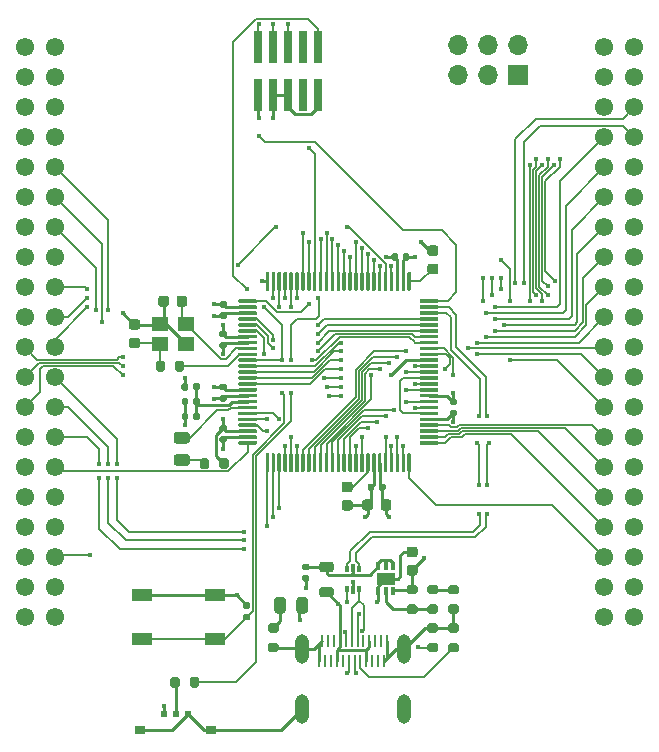
<source format=gbr>
%TF.GenerationSoftware,KiCad,Pcbnew,(5.1.9)-1*%
%TF.CreationDate,2021-07-09T22:50:26+02:00*%
%TF.ProjectId,hyperboard,68797065-7262-46f6-9172-642e6b696361,rev?*%
%TF.SameCoordinates,Original*%
%TF.FileFunction,Copper,L1,Top*%
%TF.FilePolarity,Positive*%
%FSLAX46Y46*%
G04 Gerber Fmt 4.6, Leading zero omitted, Abs format (unit mm)*
G04 Created by KiCad (PCBNEW (5.1.9)-1) date 2021-07-09 22:50:26*
%MOMM*%
%LPD*%
G01*
G04 APERTURE LIST*
%TA.AperFunction,SMDPad,CuDef*%
%ADD10R,1.800000X1.100000*%
%TD*%
%TA.AperFunction,SMDPad,CuDef*%
%ADD11R,0.900000X0.700000*%
%TD*%
%TA.AperFunction,SMDPad,CuDef*%
%ADD12R,0.600000X0.510000*%
%TD*%
%TA.AperFunction,SMDPad,CuDef*%
%ADD13R,0.375000X0.500000*%
%TD*%
%TA.AperFunction,SMDPad,CuDef*%
%ADD14R,0.300000X0.650000*%
%TD*%
%TA.AperFunction,ComponentPad*%
%ADD15O,1.200000X2.500000*%
%TD*%
%TA.AperFunction,SMDPad,CuDef*%
%ADD16R,0.270000X1.000000*%
%TD*%
%TA.AperFunction,ComponentPad*%
%ADD17C,1.550000*%
%TD*%
%TA.AperFunction,SMDPad,CuDef*%
%ADD18R,1.400000X1.200000*%
%TD*%
%TA.AperFunction,SMDPad,CuDef*%
%ADD19R,1.600000X1.000000*%
%TD*%
%TA.AperFunction,SMDPad,CuDef*%
%ADD20R,0.350000X0.650000*%
%TD*%
%TA.AperFunction,SMDPad,CuDef*%
%ADD21R,0.740000X2.790000*%
%TD*%
%TA.AperFunction,ComponentPad*%
%ADD22O,1.700000X1.700000*%
%TD*%
%TA.AperFunction,ComponentPad*%
%ADD23R,1.700000X1.700000*%
%TD*%
%TA.AperFunction,ViaPad*%
%ADD24C,0.450000*%
%TD*%
%TA.AperFunction,Conductor*%
%ADD25C,0.254000*%
%TD*%
%TA.AperFunction,Conductor*%
%ADD26C,0.127000*%
%TD*%
%TA.AperFunction,Conductor*%
%ADD27C,0.200000*%
%TD*%
G04 APERTURE END LIST*
D10*
%TO.P,SW1,4*%
%TO.N,NRST*%
X126350000Y-139850000D03*
%TO.P,SW1,3*%
X120150000Y-139850000D03*
%TO.P,SW1,2*%
%TO.N,GND*%
X126350000Y-136150000D03*
%TO.P,SW1,1*%
X120150000Y-136150000D03*
%TD*%
D11*
%TO.P,SW2,MP2*%
%TO.N,GND*%
X126000000Y-147550000D03*
%TO.P,SW2,MP1*%
X120000000Y-147550000D03*
D12*
%TO.P,SW2,C1*%
%TO.N,Net-(R9-Pad1)*%
X123000000Y-146195000D03*
%TO.P,SW2,2*%
%TO.N,GND*%
X124000000Y-146195000D03*
%TO.P,SW2,1*%
%TO.N,+3V3*%
X122000000Y-146195000D03*
%TD*%
D13*
%TO.P,U3,6*%
%TO.N,USB_D-*%
X137462500Y-133900000D03*
%TO.P,U3,4*%
%TO.N,USB_D+*%
X138537500Y-133900000D03*
D14*
%TO.P,U3,2*%
%TO.N,GND*%
X138000000Y-135675000D03*
%TO.P,U3,5*%
%TO.N,+5V*%
X138000000Y-133825000D03*
D13*
%TO.P,U3,3*%
%TO.N,Net-(J5-PadA6)*%
X138537500Y-135600000D03*
%TO.P,U3,1*%
%TO.N,Net-(J5-PadA7)*%
X137462500Y-135600000D03*
%TD*%
%TO.P,C9,2*%
%TO.N,GND*%
%TA.AperFunction,SMDPad,CuDef*%
G36*
G01*
X143250000Y-132925000D02*
X142750000Y-132925000D01*
G75*
G02*
X142525000Y-132700000I0J225000D01*
G01*
X142525000Y-132250000D01*
G75*
G02*
X142750000Y-132025000I225000J0D01*
G01*
X143250000Y-132025000D01*
G75*
G02*
X143475000Y-132250000I0J-225000D01*
G01*
X143475000Y-132700000D01*
G75*
G02*
X143250000Y-132925000I-225000J0D01*
G01*
G37*
%TD.AperFunction*%
%TO.P,C9,1*%
%TO.N,+3V3*%
%TA.AperFunction,SMDPad,CuDef*%
G36*
G01*
X143250000Y-134475000D02*
X142750000Y-134475000D01*
G75*
G02*
X142525000Y-134250000I0J225000D01*
G01*
X142525000Y-133800000D01*
G75*
G02*
X142750000Y-133575000I225000J0D01*
G01*
X143250000Y-133575000D01*
G75*
G02*
X143475000Y-133800000I0J-225000D01*
G01*
X143475000Y-134250000D01*
G75*
G02*
X143250000Y-134475000I-225000J0D01*
G01*
G37*
%TD.AperFunction*%
%TD*%
D15*
%TO.P,J5,2*%
%TO.N,GND*%
X142320000Y-140700000D03*
%TO.P,J5,1*%
X133680000Y-140700000D03*
D16*
%TO.P,J5,A1*%
X135375000Y-140035000D03*
%TO.P,J5,A2*%
%TO.N,Net-(J5-PadA2)*%
X135875000Y-140035000D03*
%TO.P,J5,A3*%
%TO.N,Net-(J5-PadA3)*%
X136375000Y-140035000D03*
%TO.P,J5,A4*%
%TO.N,Net-(FB1-Pad2)*%
X136875000Y-140035000D03*
%TO.P,J5,A5*%
%TO.N,Net-(J5-PadA5)*%
X137375000Y-140035000D03*
%TO.P,J5,A6*%
%TO.N,Net-(J5-PadA6)*%
X137875000Y-140035000D03*
%TO.P,J5,A7*%
%TO.N,Net-(J5-PadA7)*%
X138375000Y-140035000D03*
%TO.P,J5,A8*%
%TO.N,Net-(J5-PadA8)*%
X138875000Y-140035000D03*
%TO.P,J5,A9*%
%TO.N,Net-(FB1-Pad2)*%
X139375000Y-140035000D03*
%TO.P,J5,A10*%
%TO.N,Net-(J5-PadA10)*%
X139875000Y-140035000D03*
%TO.P,J5,A11*%
%TO.N,Net-(J5-PadA11)*%
X140375000Y-140035000D03*
%TO.P,J5,A12*%
%TO.N,GND*%
X140875000Y-140035000D03*
%TO.P,J5,B1*%
X140625000Y-141685000D03*
%TO.P,J5,B2*%
%TO.N,Net-(J5-PadB2)*%
X140125000Y-141685000D03*
%TO.P,J5,B3*%
%TO.N,Net-(J5-PadB3)*%
X139625000Y-141685000D03*
%TO.P,J5,B4*%
%TO.N,Net-(FB1-Pad2)*%
X139125000Y-141685000D03*
%TO.P,J5,B5*%
%TO.N,Net-(J5-PadB5)*%
X138625000Y-141685000D03*
%TO.P,J5,B6*%
%TO.N,Net-(J5-PadA6)*%
X138125000Y-141685000D03*
%TO.P,J5,B7*%
%TO.N,Net-(J5-PadA7)*%
X137625000Y-141685000D03*
%TO.P,J5,B8*%
%TO.N,Net-(J5-PadB8)*%
X137125000Y-141685000D03*
%TO.P,J5,B9*%
%TO.N,Net-(FB1-Pad2)*%
X136625000Y-141685000D03*
%TO.P,J5,B10*%
%TO.N,Net-(J5-PadB10)*%
X136125000Y-141685000D03*
%TO.P,J5,B11*%
%TO.N,Net-(J5-PadB11)*%
X135625000Y-141685000D03*
%TO.P,J5,B12*%
%TO.N,GND*%
X135125000Y-141685000D03*
D15*
%TO.P,J5,3*%
X133680000Y-145750000D03*
%TO.P,J5,4*%
X142320000Y-145750000D03*
%TD*%
D17*
%TO.P,J3,40*%
%TO.N,GND*%
X112750000Y-89740000D03*
%TO.P,J3,39*%
%TO.N,+3V3*%
X110210000Y-89740000D03*
%TO.P,J3,38*%
%TO.N,GND*%
X112750000Y-92280000D03*
%TO.P,J3,37*%
%TO.N,+3V3*%
X110210000Y-92280000D03*
%TO.P,J3,36*%
%TO.N,PB5*%
X112750000Y-94820000D03*
%TO.P,J3,35*%
%TO.N,PD7*%
X110210000Y-94820000D03*
%TO.P,J3,34*%
%TO.N,PB4*%
X112750000Y-97360000D03*
%TO.P,J3,33*%
%TO.N,PD6*%
X110210000Y-97360000D03*
%TO.P,J3,32*%
%TO.N,PB2*%
X112750000Y-99900000D03*
%TO.P,J3,31*%
%TO.N,PD5*%
X110210000Y-99900000D03*
%TO.P,J3,30*%
%TO.N,PB1*%
X112750000Y-102440000D03*
%TO.P,J3,29*%
%TO.N,PD4*%
X110210000Y-102440000D03*
%TO.P,J3,28*%
%TO.N,PB0*%
X112750000Y-104980000D03*
%TO.P,J3,27*%
%TO.N,PD3*%
X110210000Y-104980000D03*
%TO.P,J3,26*%
%TO.N,PA15*%
X112750000Y-107520000D03*
%TO.P,J3,25*%
%TO.N,PD2*%
X110210000Y-107520000D03*
%TO.P,J3,24*%
%TO.N,PA10*%
X112750000Y-110060000D03*
%TO.P,J3,23*%
%TO.N,PD1*%
X110210000Y-110060000D03*
%TO.P,J3,22*%
%TO.N,PA9*%
X112750000Y-112600000D03*
%TO.P,J3,21*%
%TO.N,PD0*%
X110210000Y-112600000D03*
%TO.P,J3,20*%
%TO.N,PA8*%
X112750000Y-115140000D03*
%TO.P,J3,19*%
%TO.N,PC15*%
X110210000Y-115140000D03*
%TO.P,J3,18*%
%TO.N,PA7*%
X112750000Y-117680000D03*
%TO.P,J3,17*%
%TO.N,PC14*%
X110210000Y-117680000D03*
%TO.P,J3,16*%
%TO.N,PA6*%
X112750000Y-120220000D03*
%TO.P,J3,15*%
%TO.N,PC13*%
X110210000Y-120220000D03*
%TO.P,J3,14*%
%TO.N,PA5*%
X112750000Y-122760000D03*
%TO.P,J3,13*%
%TO.N,PC12*%
X110210000Y-122760000D03*
%TO.P,J3,12*%
%TO.N,PA4*%
X112750000Y-125300000D03*
%TO.P,J3,11*%
%TO.N,PC11*%
X110210000Y-125300000D03*
%TO.P,J3,10*%
%TO.N,PA3*%
X112750000Y-127840000D03*
%TO.P,J3,9*%
%TO.N,PC10*%
X110210000Y-127840000D03*
%TO.P,J3,8*%
%TO.N,PA2*%
X112750000Y-130380000D03*
%TO.P,J3,7*%
%TO.N,PC9*%
X110210000Y-130380000D03*
%TO.P,J3,6*%
%TO.N,PA1*%
X112750000Y-132920000D03*
%TO.P,J3,5*%
%TO.N,PC8*%
X110210000Y-132920000D03*
%TO.P,J3,4*%
%TO.N,GND*%
X112750000Y-135460000D03*
%TO.P,J3,3*%
%TO.N,+3V3*%
X110210000Y-135460000D03*
%TO.P,J3,2*%
%TO.N,GND*%
X112750000Y-138000000D03*
%TO.P,J3,1*%
%TO.N,+3V3*%
X110210000Y-138000000D03*
%TD*%
%TO.P,J4,40*%
%TO.N,GND*%
X161790000Y-89740000D03*
%TO.P,J4,39*%
%TO.N,+3V3*%
X159250000Y-89740000D03*
%TO.P,J4,38*%
%TO.N,GND*%
X161790000Y-92280000D03*
%TO.P,J4,37*%
%TO.N,+3V3*%
X159250000Y-92280000D03*
%TO.P,J4,36*%
%TO.N,PC7*%
X161790000Y-94820000D03*
%TO.P,J4,35*%
%TO.N,Net-(J4-Pad35)*%
X159250000Y-94820000D03*
%TO.P,J4,34*%
%TO.N,PC6*%
X161790000Y-97360000D03*
%TO.P,J4,33*%
%TO.N,PE15*%
X159250000Y-97360000D03*
%TO.P,J4,32*%
%TO.N,PC3*%
X161790000Y-99900000D03*
%TO.P,J4,31*%
%TO.N,PE14*%
X159250000Y-99900000D03*
%TO.P,J4,30*%
%TO.N,PC2*%
X161790000Y-102440000D03*
%TO.P,J4,29*%
%TO.N,PE13*%
X159250000Y-102440000D03*
%TO.P,J4,28*%
%TO.N,PC1*%
X161790000Y-104980000D03*
%TO.P,J4,27*%
%TO.N,PE12*%
X159250000Y-104980000D03*
%TO.P,J4,26*%
%TO.N,PC0*%
X161790000Y-107520000D03*
%TO.P,J4,25*%
%TO.N,PE11*%
X159250000Y-107520000D03*
%TO.P,J4,24*%
%TO.N,PB15*%
X161790000Y-110060000D03*
%TO.P,J4,23*%
%TO.N,PE10*%
X159250000Y-110060000D03*
%TO.P,J4,22*%
%TO.N,PB14*%
X161790000Y-112600000D03*
%TO.P,J4,21*%
%TO.N,PE9*%
X159250000Y-112600000D03*
%TO.P,J4,20*%
%TO.N,PB13*%
X161790000Y-115140000D03*
%TO.P,J4,19*%
%TO.N,PE8*%
X159250000Y-115140000D03*
%TO.P,J4,18*%
%TO.N,PB12*%
X161790000Y-117680000D03*
%TO.P,J4,17*%
%TO.N,PE7*%
X159250000Y-117680000D03*
%TO.P,J4,16*%
%TO.N,PB11*%
X161790000Y-120220000D03*
%TO.P,J4,15*%
%TO.N,PE2*%
X159250000Y-120220000D03*
%TO.P,J4,14*%
%TO.N,PB10*%
X161790000Y-122760000D03*
%TO.P,J4,13*%
%TO.N,PD15*%
X159250000Y-122760000D03*
%TO.P,J4,12*%
%TO.N,PB9*%
X161790000Y-125300000D03*
%TO.P,J4,11*%
%TO.N,PD14*%
X159250000Y-125300000D03*
%TO.P,J4,10*%
%TO.N,PB8*%
X161790000Y-127840000D03*
%TO.P,J4,9*%
%TO.N,PD10*%
X159250000Y-127840000D03*
%TO.P,J4,8*%
%TO.N,PB7*%
X161790000Y-130380000D03*
%TO.P,J4,7*%
%TO.N,PD9*%
X159250000Y-130380000D03*
%TO.P,J4,6*%
%TO.N,PB6*%
X161790000Y-132920000D03*
%TO.P,J4,5*%
%TO.N,PD8*%
X159250000Y-132920000D03*
%TO.P,J4,4*%
%TO.N,GND*%
X161790000Y-135460000D03*
%TO.P,J4,3*%
%TO.N,+3V3*%
X159250000Y-135460000D03*
%TO.P,J4,2*%
%TO.N,GND*%
X161790000Y-138000000D03*
%TO.P,J4,1*%
%TO.N,+3V3*%
X159250000Y-138000000D03*
%TD*%
%TO.P,U1,100*%
%TO.N,+3V3*%
%TA.AperFunction,SMDPad,CuDef*%
G36*
G01*
X130600000Y-110300000D02*
X130600000Y-108850000D01*
G75*
G02*
X130675000Y-108775000I75000J0D01*
G01*
X130825000Y-108775000D01*
G75*
G02*
X130900000Y-108850000I0J-75000D01*
G01*
X130900000Y-110300000D01*
G75*
G02*
X130825000Y-110375000I-75000J0D01*
G01*
X130675000Y-110375000D01*
G75*
G02*
X130600000Y-110300000I0J75000D01*
G01*
G37*
%TD.AperFunction*%
%TO.P,U1,99*%
%TO.N,PB9*%
%TA.AperFunction,SMDPad,CuDef*%
G36*
G01*
X131100000Y-110300000D02*
X131100000Y-108850000D01*
G75*
G02*
X131175000Y-108775000I75000J0D01*
G01*
X131325000Y-108775000D01*
G75*
G02*
X131400000Y-108850000I0J-75000D01*
G01*
X131400000Y-110300000D01*
G75*
G02*
X131325000Y-110375000I-75000J0D01*
G01*
X131175000Y-110375000D01*
G75*
G02*
X131100000Y-110300000I0J75000D01*
G01*
G37*
%TD.AperFunction*%
%TO.P,U1,98*%
%TO.N,PB8*%
%TA.AperFunction,SMDPad,CuDef*%
G36*
G01*
X131600000Y-110300000D02*
X131600000Y-108850000D01*
G75*
G02*
X131675000Y-108775000I75000J0D01*
G01*
X131825000Y-108775000D01*
G75*
G02*
X131900000Y-108850000I0J-75000D01*
G01*
X131900000Y-110300000D01*
G75*
G02*
X131825000Y-110375000I-75000J0D01*
G01*
X131675000Y-110375000D01*
G75*
G02*
X131600000Y-110300000I0J75000D01*
G01*
G37*
%TD.AperFunction*%
%TO.P,U1,97*%
%TO.N,BOOT0*%
%TA.AperFunction,SMDPad,CuDef*%
G36*
G01*
X132100000Y-110300000D02*
X132100000Y-108850000D01*
G75*
G02*
X132175000Y-108775000I75000J0D01*
G01*
X132325000Y-108775000D01*
G75*
G02*
X132400000Y-108850000I0J-75000D01*
G01*
X132400000Y-110300000D01*
G75*
G02*
X132325000Y-110375000I-75000J0D01*
G01*
X132175000Y-110375000D01*
G75*
G02*
X132100000Y-110300000I0J75000D01*
G01*
G37*
%TD.AperFunction*%
%TO.P,U1,96*%
%TO.N,PB7*%
%TA.AperFunction,SMDPad,CuDef*%
G36*
G01*
X132600000Y-110300000D02*
X132600000Y-108850000D01*
G75*
G02*
X132675000Y-108775000I75000J0D01*
G01*
X132825000Y-108775000D01*
G75*
G02*
X132900000Y-108850000I0J-75000D01*
G01*
X132900000Y-110300000D01*
G75*
G02*
X132825000Y-110375000I-75000J0D01*
G01*
X132675000Y-110375000D01*
G75*
G02*
X132600000Y-110300000I0J75000D01*
G01*
G37*
%TD.AperFunction*%
%TO.P,U1,95*%
%TO.N,PB6*%
%TA.AperFunction,SMDPad,CuDef*%
G36*
G01*
X133100000Y-110300000D02*
X133100000Y-108850000D01*
G75*
G02*
X133175000Y-108775000I75000J0D01*
G01*
X133325000Y-108775000D01*
G75*
G02*
X133400000Y-108850000I0J-75000D01*
G01*
X133400000Y-110300000D01*
G75*
G02*
X133325000Y-110375000I-75000J0D01*
G01*
X133175000Y-110375000D01*
G75*
G02*
X133100000Y-110300000I0J75000D01*
G01*
G37*
%TD.AperFunction*%
%TO.P,U1,94*%
%TO.N,PB5*%
%TA.AperFunction,SMDPad,CuDef*%
G36*
G01*
X133600000Y-110300000D02*
X133600000Y-108850000D01*
G75*
G02*
X133675000Y-108775000I75000J0D01*
G01*
X133825000Y-108775000D01*
G75*
G02*
X133900000Y-108850000I0J-75000D01*
G01*
X133900000Y-110300000D01*
G75*
G02*
X133825000Y-110375000I-75000J0D01*
G01*
X133675000Y-110375000D01*
G75*
G02*
X133600000Y-110300000I0J75000D01*
G01*
G37*
%TD.AperFunction*%
%TO.P,U1,93*%
%TO.N,PB4*%
%TA.AperFunction,SMDPad,CuDef*%
G36*
G01*
X134100000Y-110300000D02*
X134100000Y-108850000D01*
G75*
G02*
X134175000Y-108775000I75000J0D01*
G01*
X134325000Y-108775000D01*
G75*
G02*
X134400000Y-108850000I0J-75000D01*
G01*
X134400000Y-110300000D01*
G75*
G02*
X134325000Y-110375000I-75000J0D01*
G01*
X134175000Y-110375000D01*
G75*
G02*
X134100000Y-110300000I0J75000D01*
G01*
G37*
%TD.AperFunction*%
%TO.P,U1,92*%
%TO.N,SWO*%
%TA.AperFunction,SMDPad,CuDef*%
G36*
G01*
X134600000Y-110300000D02*
X134600000Y-108850000D01*
G75*
G02*
X134675000Y-108775000I75000J0D01*
G01*
X134825000Y-108775000D01*
G75*
G02*
X134900000Y-108850000I0J-75000D01*
G01*
X134900000Y-110300000D01*
G75*
G02*
X134825000Y-110375000I-75000J0D01*
G01*
X134675000Y-110375000D01*
G75*
G02*
X134600000Y-110300000I0J75000D01*
G01*
G37*
%TD.AperFunction*%
%TO.P,U1,91*%
%TO.N,PD7*%
%TA.AperFunction,SMDPad,CuDef*%
G36*
G01*
X135100000Y-110300000D02*
X135100000Y-108850000D01*
G75*
G02*
X135175000Y-108775000I75000J0D01*
G01*
X135325000Y-108775000D01*
G75*
G02*
X135400000Y-108850000I0J-75000D01*
G01*
X135400000Y-110300000D01*
G75*
G02*
X135325000Y-110375000I-75000J0D01*
G01*
X135175000Y-110375000D01*
G75*
G02*
X135100000Y-110300000I0J75000D01*
G01*
G37*
%TD.AperFunction*%
%TO.P,U1,90*%
%TO.N,PD6*%
%TA.AperFunction,SMDPad,CuDef*%
G36*
G01*
X135600000Y-110300000D02*
X135600000Y-108850000D01*
G75*
G02*
X135675000Y-108775000I75000J0D01*
G01*
X135825000Y-108775000D01*
G75*
G02*
X135900000Y-108850000I0J-75000D01*
G01*
X135900000Y-110300000D01*
G75*
G02*
X135825000Y-110375000I-75000J0D01*
G01*
X135675000Y-110375000D01*
G75*
G02*
X135600000Y-110300000I0J75000D01*
G01*
G37*
%TD.AperFunction*%
%TO.P,U1,89*%
%TO.N,PD5*%
%TA.AperFunction,SMDPad,CuDef*%
G36*
G01*
X136100000Y-110300000D02*
X136100000Y-108850000D01*
G75*
G02*
X136175000Y-108775000I75000J0D01*
G01*
X136325000Y-108775000D01*
G75*
G02*
X136400000Y-108850000I0J-75000D01*
G01*
X136400000Y-110300000D01*
G75*
G02*
X136325000Y-110375000I-75000J0D01*
G01*
X136175000Y-110375000D01*
G75*
G02*
X136100000Y-110300000I0J75000D01*
G01*
G37*
%TD.AperFunction*%
%TO.P,U1,88*%
%TO.N,PD4*%
%TA.AperFunction,SMDPad,CuDef*%
G36*
G01*
X136600000Y-110300000D02*
X136600000Y-108850000D01*
G75*
G02*
X136675000Y-108775000I75000J0D01*
G01*
X136825000Y-108775000D01*
G75*
G02*
X136900000Y-108850000I0J-75000D01*
G01*
X136900000Y-110300000D01*
G75*
G02*
X136825000Y-110375000I-75000J0D01*
G01*
X136675000Y-110375000D01*
G75*
G02*
X136600000Y-110300000I0J75000D01*
G01*
G37*
%TD.AperFunction*%
%TO.P,U1,87*%
%TO.N,PD3*%
%TA.AperFunction,SMDPad,CuDef*%
G36*
G01*
X137100000Y-110300000D02*
X137100000Y-108850000D01*
G75*
G02*
X137175000Y-108775000I75000J0D01*
G01*
X137325000Y-108775000D01*
G75*
G02*
X137400000Y-108850000I0J-75000D01*
G01*
X137400000Y-110300000D01*
G75*
G02*
X137325000Y-110375000I-75000J0D01*
G01*
X137175000Y-110375000D01*
G75*
G02*
X137100000Y-110300000I0J75000D01*
G01*
G37*
%TD.AperFunction*%
%TO.P,U1,86*%
%TO.N,PD2*%
%TA.AperFunction,SMDPad,CuDef*%
G36*
G01*
X137600000Y-110300000D02*
X137600000Y-108850000D01*
G75*
G02*
X137675000Y-108775000I75000J0D01*
G01*
X137825000Y-108775000D01*
G75*
G02*
X137900000Y-108850000I0J-75000D01*
G01*
X137900000Y-110300000D01*
G75*
G02*
X137825000Y-110375000I-75000J0D01*
G01*
X137675000Y-110375000D01*
G75*
G02*
X137600000Y-110300000I0J75000D01*
G01*
G37*
%TD.AperFunction*%
%TO.P,U1,85*%
%TO.N,PD1*%
%TA.AperFunction,SMDPad,CuDef*%
G36*
G01*
X138100000Y-110300000D02*
X138100000Y-108850000D01*
G75*
G02*
X138175000Y-108775000I75000J0D01*
G01*
X138325000Y-108775000D01*
G75*
G02*
X138400000Y-108850000I0J-75000D01*
G01*
X138400000Y-110300000D01*
G75*
G02*
X138325000Y-110375000I-75000J0D01*
G01*
X138175000Y-110375000D01*
G75*
G02*
X138100000Y-110300000I0J75000D01*
G01*
G37*
%TD.AperFunction*%
%TO.P,U1,84*%
%TO.N,PD0*%
%TA.AperFunction,SMDPad,CuDef*%
G36*
G01*
X138600000Y-110300000D02*
X138600000Y-108850000D01*
G75*
G02*
X138675000Y-108775000I75000J0D01*
G01*
X138825000Y-108775000D01*
G75*
G02*
X138900000Y-108850000I0J-75000D01*
G01*
X138900000Y-110300000D01*
G75*
G02*
X138825000Y-110375000I-75000J0D01*
G01*
X138675000Y-110375000D01*
G75*
G02*
X138600000Y-110300000I0J75000D01*
G01*
G37*
%TD.AperFunction*%
%TO.P,U1,83*%
%TO.N,PC12*%
%TA.AperFunction,SMDPad,CuDef*%
G36*
G01*
X139100000Y-110300000D02*
X139100000Y-108850000D01*
G75*
G02*
X139175000Y-108775000I75000J0D01*
G01*
X139325000Y-108775000D01*
G75*
G02*
X139400000Y-108850000I0J-75000D01*
G01*
X139400000Y-110300000D01*
G75*
G02*
X139325000Y-110375000I-75000J0D01*
G01*
X139175000Y-110375000D01*
G75*
G02*
X139100000Y-110300000I0J75000D01*
G01*
G37*
%TD.AperFunction*%
%TO.P,U1,82*%
%TO.N,PC11*%
%TA.AperFunction,SMDPad,CuDef*%
G36*
G01*
X139600000Y-110300000D02*
X139600000Y-108850000D01*
G75*
G02*
X139675000Y-108775000I75000J0D01*
G01*
X139825000Y-108775000D01*
G75*
G02*
X139900000Y-108850000I0J-75000D01*
G01*
X139900000Y-110300000D01*
G75*
G02*
X139825000Y-110375000I-75000J0D01*
G01*
X139675000Y-110375000D01*
G75*
G02*
X139600000Y-110300000I0J75000D01*
G01*
G37*
%TD.AperFunction*%
%TO.P,U1,81*%
%TO.N,PC10*%
%TA.AperFunction,SMDPad,CuDef*%
G36*
G01*
X140100000Y-110300000D02*
X140100000Y-108850000D01*
G75*
G02*
X140175000Y-108775000I75000J0D01*
G01*
X140325000Y-108775000D01*
G75*
G02*
X140400000Y-108850000I0J-75000D01*
G01*
X140400000Y-110300000D01*
G75*
G02*
X140325000Y-110375000I-75000J0D01*
G01*
X140175000Y-110375000D01*
G75*
G02*
X140100000Y-110300000I0J75000D01*
G01*
G37*
%TD.AperFunction*%
%TO.P,U1,80*%
%TO.N,PA15*%
%TA.AperFunction,SMDPad,CuDef*%
G36*
G01*
X140600000Y-110300000D02*
X140600000Y-108850000D01*
G75*
G02*
X140675000Y-108775000I75000J0D01*
G01*
X140825000Y-108775000D01*
G75*
G02*
X140900000Y-108850000I0J-75000D01*
G01*
X140900000Y-110300000D01*
G75*
G02*
X140825000Y-110375000I-75000J0D01*
G01*
X140675000Y-110375000D01*
G75*
G02*
X140600000Y-110300000I0J75000D01*
G01*
G37*
%TD.AperFunction*%
%TO.P,U1,79*%
%TO.N,SWCLK*%
%TA.AperFunction,SMDPad,CuDef*%
G36*
G01*
X141100000Y-110300000D02*
X141100000Y-108850000D01*
G75*
G02*
X141175000Y-108775000I75000J0D01*
G01*
X141325000Y-108775000D01*
G75*
G02*
X141400000Y-108850000I0J-75000D01*
G01*
X141400000Y-110300000D01*
G75*
G02*
X141325000Y-110375000I-75000J0D01*
G01*
X141175000Y-110375000D01*
G75*
G02*
X141100000Y-110300000I0J75000D01*
G01*
G37*
%TD.AperFunction*%
%TO.P,U1,78*%
%TO.N,GND*%
%TA.AperFunction,SMDPad,CuDef*%
G36*
G01*
X141600000Y-110300000D02*
X141600000Y-108850000D01*
G75*
G02*
X141675000Y-108775000I75000J0D01*
G01*
X141825000Y-108775000D01*
G75*
G02*
X141900000Y-108850000I0J-75000D01*
G01*
X141900000Y-110300000D01*
G75*
G02*
X141825000Y-110375000I-75000J0D01*
G01*
X141675000Y-110375000D01*
G75*
G02*
X141600000Y-110300000I0J75000D01*
G01*
G37*
%TD.AperFunction*%
%TO.P,U1,77*%
%TO.N,+3V3*%
%TA.AperFunction,SMDPad,CuDef*%
G36*
G01*
X142100000Y-110300000D02*
X142100000Y-108850000D01*
G75*
G02*
X142175000Y-108775000I75000J0D01*
G01*
X142325000Y-108775000D01*
G75*
G02*
X142400000Y-108850000I0J-75000D01*
G01*
X142400000Y-110300000D01*
G75*
G02*
X142325000Y-110375000I-75000J0D01*
G01*
X142175000Y-110375000D01*
G75*
G02*
X142100000Y-110300000I0J75000D01*
G01*
G37*
%TD.AperFunction*%
%TO.P,U1,76*%
%TO.N,Net-(C4-Pad1)*%
%TA.AperFunction,SMDPad,CuDef*%
G36*
G01*
X142600000Y-110300000D02*
X142600000Y-108850000D01*
G75*
G02*
X142675000Y-108775000I75000J0D01*
G01*
X142825000Y-108775000D01*
G75*
G02*
X142900000Y-108850000I0J-75000D01*
G01*
X142900000Y-110300000D01*
G75*
G02*
X142825000Y-110375000I-75000J0D01*
G01*
X142675000Y-110375000D01*
G75*
G02*
X142600000Y-110300000I0J75000D01*
G01*
G37*
%TD.AperFunction*%
%TO.P,U1,75*%
%TO.N,SWDIO*%
%TA.AperFunction,SMDPad,CuDef*%
G36*
G01*
X143625000Y-111325000D02*
X143625000Y-111175000D01*
G75*
G02*
X143700000Y-111100000I75000J0D01*
G01*
X145150000Y-111100000D01*
G75*
G02*
X145225000Y-111175000I0J-75000D01*
G01*
X145225000Y-111325000D01*
G75*
G02*
X145150000Y-111400000I-75000J0D01*
G01*
X143700000Y-111400000D01*
G75*
G02*
X143625000Y-111325000I0J75000D01*
G01*
G37*
%TD.AperFunction*%
%TO.P,U1,74*%
%TO.N,USB_D+*%
%TA.AperFunction,SMDPad,CuDef*%
G36*
G01*
X143625000Y-111825000D02*
X143625000Y-111675000D01*
G75*
G02*
X143700000Y-111600000I75000J0D01*
G01*
X145150000Y-111600000D01*
G75*
G02*
X145225000Y-111675000I0J-75000D01*
G01*
X145225000Y-111825000D01*
G75*
G02*
X145150000Y-111900000I-75000J0D01*
G01*
X143700000Y-111900000D01*
G75*
G02*
X143625000Y-111825000I0J75000D01*
G01*
G37*
%TD.AperFunction*%
%TO.P,U1,73*%
%TO.N,USB_D-*%
%TA.AperFunction,SMDPad,CuDef*%
G36*
G01*
X143625000Y-112325000D02*
X143625000Y-112175000D01*
G75*
G02*
X143700000Y-112100000I75000J0D01*
G01*
X145150000Y-112100000D01*
G75*
G02*
X145225000Y-112175000I0J-75000D01*
G01*
X145225000Y-112325000D01*
G75*
G02*
X145150000Y-112400000I-75000J0D01*
G01*
X143700000Y-112400000D01*
G75*
G02*
X143625000Y-112325000I0J75000D01*
G01*
G37*
%TD.AperFunction*%
%TO.P,U1,72*%
%TO.N,PA10*%
%TA.AperFunction,SMDPad,CuDef*%
G36*
G01*
X143625000Y-112825000D02*
X143625000Y-112675000D01*
G75*
G02*
X143700000Y-112600000I75000J0D01*
G01*
X145150000Y-112600000D01*
G75*
G02*
X145225000Y-112675000I0J-75000D01*
G01*
X145225000Y-112825000D01*
G75*
G02*
X145150000Y-112900000I-75000J0D01*
G01*
X143700000Y-112900000D01*
G75*
G02*
X143625000Y-112825000I0J75000D01*
G01*
G37*
%TD.AperFunction*%
%TO.P,U1,71*%
%TO.N,PA9*%
%TA.AperFunction,SMDPad,CuDef*%
G36*
G01*
X143625000Y-113325000D02*
X143625000Y-113175000D01*
G75*
G02*
X143700000Y-113100000I75000J0D01*
G01*
X145150000Y-113100000D01*
G75*
G02*
X145225000Y-113175000I0J-75000D01*
G01*
X145225000Y-113325000D01*
G75*
G02*
X145150000Y-113400000I-75000J0D01*
G01*
X143700000Y-113400000D01*
G75*
G02*
X143625000Y-113325000I0J75000D01*
G01*
G37*
%TD.AperFunction*%
%TO.P,U1,70*%
%TO.N,PA8*%
%TA.AperFunction,SMDPad,CuDef*%
G36*
G01*
X143625000Y-113825000D02*
X143625000Y-113675000D01*
G75*
G02*
X143700000Y-113600000I75000J0D01*
G01*
X145150000Y-113600000D01*
G75*
G02*
X145225000Y-113675000I0J-75000D01*
G01*
X145225000Y-113825000D01*
G75*
G02*
X145150000Y-113900000I-75000J0D01*
G01*
X143700000Y-113900000D01*
G75*
G02*
X143625000Y-113825000I0J75000D01*
G01*
G37*
%TD.AperFunction*%
%TO.P,U1,69*%
%TO.N,PC9*%
%TA.AperFunction,SMDPad,CuDef*%
G36*
G01*
X143625000Y-114325000D02*
X143625000Y-114175000D01*
G75*
G02*
X143700000Y-114100000I75000J0D01*
G01*
X145150000Y-114100000D01*
G75*
G02*
X145225000Y-114175000I0J-75000D01*
G01*
X145225000Y-114325000D01*
G75*
G02*
X145150000Y-114400000I-75000J0D01*
G01*
X143700000Y-114400000D01*
G75*
G02*
X143625000Y-114325000I0J75000D01*
G01*
G37*
%TD.AperFunction*%
%TO.P,U1,68*%
%TO.N,PC8*%
%TA.AperFunction,SMDPad,CuDef*%
G36*
G01*
X143625000Y-114825000D02*
X143625000Y-114675000D01*
G75*
G02*
X143700000Y-114600000I75000J0D01*
G01*
X145150000Y-114600000D01*
G75*
G02*
X145225000Y-114675000I0J-75000D01*
G01*
X145225000Y-114825000D01*
G75*
G02*
X145150000Y-114900000I-75000J0D01*
G01*
X143700000Y-114900000D01*
G75*
G02*
X143625000Y-114825000I0J75000D01*
G01*
G37*
%TD.AperFunction*%
%TO.P,U1,67*%
%TO.N,PC7*%
%TA.AperFunction,SMDPad,CuDef*%
G36*
G01*
X143625000Y-115325000D02*
X143625000Y-115175000D01*
G75*
G02*
X143700000Y-115100000I75000J0D01*
G01*
X145150000Y-115100000D01*
G75*
G02*
X145225000Y-115175000I0J-75000D01*
G01*
X145225000Y-115325000D01*
G75*
G02*
X145150000Y-115400000I-75000J0D01*
G01*
X143700000Y-115400000D01*
G75*
G02*
X143625000Y-115325000I0J75000D01*
G01*
G37*
%TD.AperFunction*%
%TO.P,U1,66*%
%TO.N,PC6*%
%TA.AperFunction,SMDPad,CuDef*%
G36*
G01*
X143625000Y-115825000D02*
X143625000Y-115675000D01*
G75*
G02*
X143700000Y-115600000I75000J0D01*
G01*
X145150000Y-115600000D01*
G75*
G02*
X145225000Y-115675000I0J-75000D01*
G01*
X145225000Y-115825000D01*
G75*
G02*
X145150000Y-115900000I-75000J0D01*
G01*
X143700000Y-115900000D01*
G75*
G02*
X143625000Y-115825000I0J75000D01*
G01*
G37*
%TD.AperFunction*%
%TO.P,U1,65*%
%TO.N,+3V3*%
%TA.AperFunction,SMDPad,CuDef*%
G36*
G01*
X143625000Y-116325000D02*
X143625000Y-116175000D01*
G75*
G02*
X143700000Y-116100000I75000J0D01*
G01*
X145150000Y-116100000D01*
G75*
G02*
X145225000Y-116175000I0J-75000D01*
G01*
X145225000Y-116325000D01*
G75*
G02*
X145150000Y-116400000I-75000J0D01*
G01*
X143700000Y-116400000D01*
G75*
G02*
X143625000Y-116325000I0J75000D01*
G01*
G37*
%TD.AperFunction*%
%TO.P,U1,64*%
%TO.N,DSIHOST_D1N*%
%TA.AperFunction,SMDPad,CuDef*%
G36*
G01*
X143625000Y-116825000D02*
X143625000Y-116675000D01*
G75*
G02*
X143700000Y-116600000I75000J0D01*
G01*
X145150000Y-116600000D01*
G75*
G02*
X145225000Y-116675000I0J-75000D01*
G01*
X145225000Y-116825000D01*
G75*
G02*
X145150000Y-116900000I-75000J0D01*
G01*
X143700000Y-116900000D01*
G75*
G02*
X143625000Y-116825000I0J75000D01*
G01*
G37*
%TD.AperFunction*%
%TO.P,U1,63*%
%TO.N,DSIHOST_D1P*%
%TA.AperFunction,SMDPad,CuDef*%
G36*
G01*
X143625000Y-117325000D02*
X143625000Y-117175000D01*
G75*
G02*
X143700000Y-117100000I75000J0D01*
G01*
X145150000Y-117100000D01*
G75*
G02*
X145225000Y-117175000I0J-75000D01*
G01*
X145225000Y-117325000D01*
G75*
G02*
X145150000Y-117400000I-75000J0D01*
G01*
X143700000Y-117400000D01*
G75*
G02*
X143625000Y-117325000I0J75000D01*
G01*
G37*
%TD.AperFunction*%
%TO.P,U1,62*%
%TO.N,VCAPDSI*%
%TA.AperFunction,SMDPad,CuDef*%
G36*
G01*
X143625000Y-117825000D02*
X143625000Y-117675000D01*
G75*
G02*
X143700000Y-117600000I75000J0D01*
G01*
X145150000Y-117600000D01*
G75*
G02*
X145225000Y-117675000I0J-75000D01*
G01*
X145225000Y-117825000D01*
G75*
G02*
X145150000Y-117900000I-75000J0D01*
G01*
X143700000Y-117900000D01*
G75*
G02*
X143625000Y-117825000I0J75000D01*
G01*
G37*
%TD.AperFunction*%
%TO.P,U1,61*%
%TO.N,DSIHOST_CKN*%
%TA.AperFunction,SMDPad,CuDef*%
G36*
G01*
X143625000Y-118325000D02*
X143625000Y-118175000D01*
G75*
G02*
X143700000Y-118100000I75000J0D01*
G01*
X145150000Y-118100000D01*
G75*
G02*
X145225000Y-118175000I0J-75000D01*
G01*
X145225000Y-118325000D01*
G75*
G02*
X145150000Y-118400000I-75000J0D01*
G01*
X143700000Y-118400000D01*
G75*
G02*
X143625000Y-118325000I0J75000D01*
G01*
G37*
%TD.AperFunction*%
%TO.P,U1,60*%
%TO.N,DSIHOST_CKP*%
%TA.AperFunction,SMDPad,CuDef*%
G36*
G01*
X143625000Y-118825000D02*
X143625000Y-118675000D01*
G75*
G02*
X143700000Y-118600000I75000J0D01*
G01*
X145150000Y-118600000D01*
G75*
G02*
X145225000Y-118675000I0J-75000D01*
G01*
X145225000Y-118825000D01*
G75*
G02*
X145150000Y-118900000I-75000J0D01*
G01*
X143700000Y-118900000D01*
G75*
G02*
X143625000Y-118825000I0J75000D01*
G01*
G37*
%TD.AperFunction*%
%TO.P,U1,59*%
%TO.N,GND*%
%TA.AperFunction,SMDPad,CuDef*%
G36*
G01*
X143625000Y-119325000D02*
X143625000Y-119175000D01*
G75*
G02*
X143700000Y-119100000I75000J0D01*
G01*
X145150000Y-119100000D01*
G75*
G02*
X145225000Y-119175000I0J-75000D01*
G01*
X145225000Y-119325000D01*
G75*
G02*
X145150000Y-119400000I-75000J0D01*
G01*
X143700000Y-119400000D01*
G75*
G02*
X143625000Y-119325000I0J75000D01*
G01*
G37*
%TD.AperFunction*%
%TO.P,U1,58*%
%TO.N,DSIHOST_D0N*%
%TA.AperFunction,SMDPad,CuDef*%
G36*
G01*
X143625000Y-119825000D02*
X143625000Y-119675000D01*
G75*
G02*
X143700000Y-119600000I75000J0D01*
G01*
X145150000Y-119600000D01*
G75*
G02*
X145225000Y-119675000I0J-75000D01*
G01*
X145225000Y-119825000D01*
G75*
G02*
X145150000Y-119900000I-75000J0D01*
G01*
X143700000Y-119900000D01*
G75*
G02*
X143625000Y-119825000I0J75000D01*
G01*
G37*
%TD.AperFunction*%
%TO.P,U1,57*%
%TO.N,DSIHOST_D0P*%
%TA.AperFunction,SMDPad,CuDef*%
G36*
G01*
X143625000Y-120325000D02*
X143625000Y-120175000D01*
G75*
G02*
X143700000Y-120100000I75000J0D01*
G01*
X145150000Y-120100000D01*
G75*
G02*
X145225000Y-120175000I0J-75000D01*
G01*
X145225000Y-120325000D01*
G75*
G02*
X145150000Y-120400000I-75000J0D01*
G01*
X143700000Y-120400000D01*
G75*
G02*
X143625000Y-120325000I0J75000D01*
G01*
G37*
%TD.AperFunction*%
%TO.P,U1,56*%
%TO.N,VCAPDSI*%
%TA.AperFunction,SMDPad,CuDef*%
G36*
G01*
X143625000Y-120825000D02*
X143625000Y-120675000D01*
G75*
G02*
X143700000Y-120600000I75000J0D01*
G01*
X145150000Y-120600000D01*
G75*
G02*
X145225000Y-120675000I0J-75000D01*
G01*
X145225000Y-120825000D01*
G75*
G02*
X145150000Y-120900000I-75000J0D01*
G01*
X143700000Y-120900000D01*
G75*
G02*
X143625000Y-120825000I0J75000D01*
G01*
G37*
%TD.AperFunction*%
%TO.P,U1,55*%
%TO.N,+3V3*%
%TA.AperFunction,SMDPad,CuDef*%
G36*
G01*
X143625000Y-121325000D02*
X143625000Y-121175000D01*
G75*
G02*
X143700000Y-121100000I75000J0D01*
G01*
X145150000Y-121100000D01*
G75*
G02*
X145225000Y-121175000I0J-75000D01*
G01*
X145225000Y-121325000D01*
G75*
G02*
X145150000Y-121400000I-75000J0D01*
G01*
X143700000Y-121400000D01*
G75*
G02*
X143625000Y-121325000I0J75000D01*
G01*
G37*
%TD.AperFunction*%
%TO.P,U1,54*%
%TO.N,PD15*%
%TA.AperFunction,SMDPad,CuDef*%
G36*
G01*
X143625000Y-121825000D02*
X143625000Y-121675000D01*
G75*
G02*
X143700000Y-121600000I75000J0D01*
G01*
X145150000Y-121600000D01*
G75*
G02*
X145225000Y-121675000I0J-75000D01*
G01*
X145225000Y-121825000D01*
G75*
G02*
X145150000Y-121900000I-75000J0D01*
G01*
X143700000Y-121900000D01*
G75*
G02*
X143625000Y-121825000I0J75000D01*
G01*
G37*
%TD.AperFunction*%
%TO.P,U1,53*%
%TO.N,PD14*%
%TA.AperFunction,SMDPad,CuDef*%
G36*
G01*
X143625000Y-122325000D02*
X143625000Y-122175000D01*
G75*
G02*
X143700000Y-122100000I75000J0D01*
G01*
X145150000Y-122100000D01*
G75*
G02*
X145225000Y-122175000I0J-75000D01*
G01*
X145225000Y-122325000D01*
G75*
G02*
X145150000Y-122400000I-75000J0D01*
G01*
X143700000Y-122400000D01*
G75*
G02*
X143625000Y-122325000I0J75000D01*
G01*
G37*
%TD.AperFunction*%
%TO.P,U1,52*%
%TO.N,PD10*%
%TA.AperFunction,SMDPad,CuDef*%
G36*
G01*
X143625000Y-122825000D02*
X143625000Y-122675000D01*
G75*
G02*
X143700000Y-122600000I75000J0D01*
G01*
X145150000Y-122600000D01*
G75*
G02*
X145225000Y-122675000I0J-75000D01*
G01*
X145225000Y-122825000D01*
G75*
G02*
X145150000Y-122900000I-75000J0D01*
G01*
X143700000Y-122900000D01*
G75*
G02*
X143625000Y-122825000I0J75000D01*
G01*
G37*
%TD.AperFunction*%
%TO.P,U1,51*%
%TO.N,PD9*%
%TA.AperFunction,SMDPad,CuDef*%
G36*
G01*
X143625000Y-123325000D02*
X143625000Y-123175000D01*
G75*
G02*
X143700000Y-123100000I75000J0D01*
G01*
X145150000Y-123100000D01*
G75*
G02*
X145225000Y-123175000I0J-75000D01*
G01*
X145225000Y-123325000D01*
G75*
G02*
X145150000Y-123400000I-75000J0D01*
G01*
X143700000Y-123400000D01*
G75*
G02*
X143625000Y-123325000I0J75000D01*
G01*
G37*
%TD.AperFunction*%
%TO.P,U1,50*%
%TO.N,PD8*%
%TA.AperFunction,SMDPad,CuDef*%
G36*
G01*
X142600000Y-125650000D02*
X142600000Y-124200000D01*
G75*
G02*
X142675000Y-124125000I75000J0D01*
G01*
X142825000Y-124125000D01*
G75*
G02*
X142900000Y-124200000I0J-75000D01*
G01*
X142900000Y-125650000D01*
G75*
G02*
X142825000Y-125725000I-75000J0D01*
G01*
X142675000Y-125725000D01*
G75*
G02*
X142600000Y-125650000I0J75000D01*
G01*
G37*
%TD.AperFunction*%
%TO.P,U1,49*%
%TO.N,PB15*%
%TA.AperFunction,SMDPad,CuDef*%
G36*
G01*
X142100000Y-125650000D02*
X142100000Y-124200000D01*
G75*
G02*
X142175000Y-124125000I75000J0D01*
G01*
X142325000Y-124125000D01*
G75*
G02*
X142400000Y-124200000I0J-75000D01*
G01*
X142400000Y-125650000D01*
G75*
G02*
X142325000Y-125725000I-75000J0D01*
G01*
X142175000Y-125725000D01*
G75*
G02*
X142100000Y-125650000I0J75000D01*
G01*
G37*
%TD.AperFunction*%
%TO.P,U1,48*%
%TO.N,PB14*%
%TA.AperFunction,SMDPad,CuDef*%
G36*
G01*
X141600000Y-125650000D02*
X141600000Y-124200000D01*
G75*
G02*
X141675000Y-124125000I75000J0D01*
G01*
X141825000Y-124125000D01*
G75*
G02*
X141900000Y-124200000I0J-75000D01*
G01*
X141900000Y-125650000D01*
G75*
G02*
X141825000Y-125725000I-75000J0D01*
G01*
X141675000Y-125725000D01*
G75*
G02*
X141600000Y-125650000I0J75000D01*
G01*
G37*
%TD.AperFunction*%
%TO.P,U1,47*%
%TO.N,PB13*%
%TA.AperFunction,SMDPad,CuDef*%
G36*
G01*
X141100000Y-125650000D02*
X141100000Y-124200000D01*
G75*
G02*
X141175000Y-124125000I75000J0D01*
G01*
X141325000Y-124125000D01*
G75*
G02*
X141400000Y-124200000I0J-75000D01*
G01*
X141400000Y-125650000D01*
G75*
G02*
X141325000Y-125725000I-75000J0D01*
G01*
X141175000Y-125725000D01*
G75*
G02*
X141100000Y-125650000I0J75000D01*
G01*
G37*
%TD.AperFunction*%
%TO.P,U1,46*%
%TO.N,PB12*%
%TA.AperFunction,SMDPad,CuDef*%
G36*
G01*
X140600000Y-125650000D02*
X140600000Y-124200000D01*
G75*
G02*
X140675000Y-124125000I75000J0D01*
G01*
X140825000Y-124125000D01*
G75*
G02*
X140900000Y-124200000I0J-75000D01*
G01*
X140900000Y-125650000D01*
G75*
G02*
X140825000Y-125725000I-75000J0D01*
G01*
X140675000Y-125725000D01*
G75*
G02*
X140600000Y-125650000I0J75000D01*
G01*
G37*
%TD.AperFunction*%
%TO.P,U1,45*%
%TO.N,+3V3*%
%TA.AperFunction,SMDPad,CuDef*%
G36*
G01*
X140100000Y-125650000D02*
X140100000Y-124200000D01*
G75*
G02*
X140175000Y-124125000I75000J0D01*
G01*
X140325000Y-124125000D01*
G75*
G02*
X140400000Y-124200000I0J-75000D01*
G01*
X140400000Y-125650000D01*
G75*
G02*
X140325000Y-125725000I-75000J0D01*
G01*
X140175000Y-125725000D01*
G75*
G02*
X140100000Y-125650000I0J75000D01*
G01*
G37*
%TD.AperFunction*%
%TO.P,U1,44*%
%TO.N,GND*%
%TA.AperFunction,SMDPad,CuDef*%
G36*
G01*
X139600000Y-125650000D02*
X139600000Y-124200000D01*
G75*
G02*
X139675000Y-124125000I75000J0D01*
G01*
X139825000Y-124125000D01*
G75*
G02*
X139900000Y-124200000I0J-75000D01*
G01*
X139900000Y-125650000D01*
G75*
G02*
X139825000Y-125725000I-75000J0D01*
G01*
X139675000Y-125725000D01*
G75*
G02*
X139600000Y-125650000I0J75000D01*
G01*
G37*
%TD.AperFunction*%
%TO.P,U1,43*%
%TO.N,Net-(C1-Pad1)*%
%TA.AperFunction,SMDPad,CuDef*%
G36*
G01*
X139100000Y-125650000D02*
X139100000Y-124200000D01*
G75*
G02*
X139175000Y-124125000I75000J0D01*
G01*
X139325000Y-124125000D01*
G75*
G02*
X139400000Y-124200000I0J-75000D01*
G01*
X139400000Y-125650000D01*
G75*
G02*
X139325000Y-125725000I-75000J0D01*
G01*
X139175000Y-125725000D01*
G75*
G02*
X139100000Y-125650000I0J75000D01*
G01*
G37*
%TD.AperFunction*%
%TO.P,U1,42*%
%TO.N,PB11*%
%TA.AperFunction,SMDPad,CuDef*%
G36*
G01*
X138600000Y-125650000D02*
X138600000Y-124200000D01*
G75*
G02*
X138675000Y-124125000I75000J0D01*
G01*
X138825000Y-124125000D01*
G75*
G02*
X138900000Y-124200000I0J-75000D01*
G01*
X138900000Y-125650000D01*
G75*
G02*
X138825000Y-125725000I-75000J0D01*
G01*
X138675000Y-125725000D01*
G75*
G02*
X138600000Y-125650000I0J75000D01*
G01*
G37*
%TD.AperFunction*%
%TO.P,U1,41*%
%TO.N,PB10*%
%TA.AperFunction,SMDPad,CuDef*%
G36*
G01*
X138100000Y-125650000D02*
X138100000Y-124200000D01*
G75*
G02*
X138175000Y-124125000I75000J0D01*
G01*
X138325000Y-124125000D01*
G75*
G02*
X138400000Y-124200000I0J-75000D01*
G01*
X138400000Y-125650000D01*
G75*
G02*
X138325000Y-125725000I-75000J0D01*
G01*
X138175000Y-125725000D01*
G75*
G02*
X138100000Y-125650000I0J75000D01*
G01*
G37*
%TD.AperFunction*%
%TO.P,U1,40*%
%TO.N,PE15*%
%TA.AperFunction,SMDPad,CuDef*%
G36*
G01*
X137600000Y-125650000D02*
X137600000Y-124200000D01*
G75*
G02*
X137675000Y-124125000I75000J0D01*
G01*
X137825000Y-124125000D01*
G75*
G02*
X137900000Y-124200000I0J-75000D01*
G01*
X137900000Y-125650000D01*
G75*
G02*
X137825000Y-125725000I-75000J0D01*
G01*
X137675000Y-125725000D01*
G75*
G02*
X137600000Y-125650000I0J75000D01*
G01*
G37*
%TD.AperFunction*%
%TO.P,U1,39*%
%TO.N,PE14*%
%TA.AperFunction,SMDPad,CuDef*%
G36*
G01*
X137100000Y-125650000D02*
X137100000Y-124200000D01*
G75*
G02*
X137175000Y-124125000I75000J0D01*
G01*
X137325000Y-124125000D01*
G75*
G02*
X137400000Y-124200000I0J-75000D01*
G01*
X137400000Y-125650000D01*
G75*
G02*
X137325000Y-125725000I-75000J0D01*
G01*
X137175000Y-125725000D01*
G75*
G02*
X137100000Y-125650000I0J75000D01*
G01*
G37*
%TD.AperFunction*%
%TO.P,U1,38*%
%TO.N,PE13*%
%TA.AperFunction,SMDPad,CuDef*%
G36*
G01*
X136600000Y-125650000D02*
X136600000Y-124200000D01*
G75*
G02*
X136675000Y-124125000I75000J0D01*
G01*
X136825000Y-124125000D01*
G75*
G02*
X136900000Y-124200000I0J-75000D01*
G01*
X136900000Y-125650000D01*
G75*
G02*
X136825000Y-125725000I-75000J0D01*
G01*
X136675000Y-125725000D01*
G75*
G02*
X136600000Y-125650000I0J75000D01*
G01*
G37*
%TD.AperFunction*%
%TO.P,U1,37*%
%TO.N,PE12*%
%TA.AperFunction,SMDPad,CuDef*%
G36*
G01*
X136100000Y-125650000D02*
X136100000Y-124200000D01*
G75*
G02*
X136175000Y-124125000I75000J0D01*
G01*
X136325000Y-124125000D01*
G75*
G02*
X136400000Y-124200000I0J-75000D01*
G01*
X136400000Y-125650000D01*
G75*
G02*
X136325000Y-125725000I-75000J0D01*
G01*
X136175000Y-125725000D01*
G75*
G02*
X136100000Y-125650000I0J75000D01*
G01*
G37*
%TD.AperFunction*%
%TO.P,U1,36*%
%TO.N,PE11*%
%TA.AperFunction,SMDPad,CuDef*%
G36*
G01*
X135600000Y-125650000D02*
X135600000Y-124200000D01*
G75*
G02*
X135675000Y-124125000I75000J0D01*
G01*
X135825000Y-124125000D01*
G75*
G02*
X135900000Y-124200000I0J-75000D01*
G01*
X135900000Y-125650000D01*
G75*
G02*
X135825000Y-125725000I-75000J0D01*
G01*
X135675000Y-125725000D01*
G75*
G02*
X135600000Y-125650000I0J75000D01*
G01*
G37*
%TD.AperFunction*%
%TO.P,U1,35*%
%TO.N,PE10*%
%TA.AperFunction,SMDPad,CuDef*%
G36*
G01*
X135100000Y-125650000D02*
X135100000Y-124200000D01*
G75*
G02*
X135175000Y-124125000I75000J0D01*
G01*
X135325000Y-124125000D01*
G75*
G02*
X135400000Y-124200000I0J-75000D01*
G01*
X135400000Y-125650000D01*
G75*
G02*
X135325000Y-125725000I-75000J0D01*
G01*
X135175000Y-125725000D01*
G75*
G02*
X135100000Y-125650000I0J75000D01*
G01*
G37*
%TD.AperFunction*%
%TO.P,U1,34*%
%TO.N,PE9*%
%TA.AperFunction,SMDPad,CuDef*%
G36*
G01*
X134600000Y-125650000D02*
X134600000Y-124200000D01*
G75*
G02*
X134675000Y-124125000I75000J0D01*
G01*
X134825000Y-124125000D01*
G75*
G02*
X134900000Y-124200000I0J-75000D01*
G01*
X134900000Y-125650000D01*
G75*
G02*
X134825000Y-125725000I-75000J0D01*
G01*
X134675000Y-125725000D01*
G75*
G02*
X134600000Y-125650000I0J75000D01*
G01*
G37*
%TD.AperFunction*%
%TO.P,U1,33*%
%TO.N,PE8*%
%TA.AperFunction,SMDPad,CuDef*%
G36*
G01*
X134100000Y-125650000D02*
X134100000Y-124200000D01*
G75*
G02*
X134175000Y-124125000I75000J0D01*
G01*
X134325000Y-124125000D01*
G75*
G02*
X134400000Y-124200000I0J-75000D01*
G01*
X134400000Y-125650000D01*
G75*
G02*
X134325000Y-125725000I-75000J0D01*
G01*
X134175000Y-125725000D01*
G75*
G02*
X134100000Y-125650000I0J75000D01*
G01*
G37*
%TD.AperFunction*%
%TO.P,U1,32*%
%TO.N,PE7*%
%TA.AperFunction,SMDPad,CuDef*%
G36*
G01*
X133600000Y-125650000D02*
X133600000Y-124200000D01*
G75*
G02*
X133675000Y-124125000I75000J0D01*
G01*
X133825000Y-124125000D01*
G75*
G02*
X133900000Y-124200000I0J-75000D01*
G01*
X133900000Y-125650000D01*
G75*
G02*
X133825000Y-125725000I-75000J0D01*
G01*
X133675000Y-125725000D01*
G75*
G02*
X133600000Y-125650000I0J75000D01*
G01*
G37*
%TD.AperFunction*%
%TO.P,U1,31*%
%TO.N,PB2*%
%TA.AperFunction,SMDPad,CuDef*%
G36*
G01*
X133100000Y-125650000D02*
X133100000Y-124200000D01*
G75*
G02*
X133175000Y-124125000I75000J0D01*
G01*
X133325000Y-124125000D01*
G75*
G02*
X133400000Y-124200000I0J-75000D01*
G01*
X133400000Y-125650000D01*
G75*
G02*
X133325000Y-125725000I-75000J0D01*
G01*
X133175000Y-125725000D01*
G75*
G02*
X133100000Y-125650000I0J75000D01*
G01*
G37*
%TD.AperFunction*%
%TO.P,U1,30*%
%TO.N,PB1*%
%TA.AperFunction,SMDPad,CuDef*%
G36*
G01*
X132600000Y-125650000D02*
X132600000Y-124200000D01*
G75*
G02*
X132675000Y-124125000I75000J0D01*
G01*
X132825000Y-124125000D01*
G75*
G02*
X132900000Y-124200000I0J-75000D01*
G01*
X132900000Y-125650000D01*
G75*
G02*
X132825000Y-125725000I-75000J0D01*
G01*
X132675000Y-125725000D01*
G75*
G02*
X132600000Y-125650000I0J75000D01*
G01*
G37*
%TD.AperFunction*%
%TO.P,U1,29*%
%TO.N,PB0*%
%TA.AperFunction,SMDPad,CuDef*%
G36*
G01*
X132100000Y-125650000D02*
X132100000Y-124200000D01*
G75*
G02*
X132175000Y-124125000I75000J0D01*
G01*
X132325000Y-124125000D01*
G75*
G02*
X132400000Y-124200000I0J-75000D01*
G01*
X132400000Y-125650000D01*
G75*
G02*
X132325000Y-125725000I-75000J0D01*
G01*
X132175000Y-125725000D01*
G75*
G02*
X132100000Y-125650000I0J75000D01*
G01*
G37*
%TD.AperFunction*%
%TO.P,U1,28*%
%TO.N,PA7*%
%TA.AperFunction,SMDPad,CuDef*%
G36*
G01*
X131600000Y-125650000D02*
X131600000Y-124200000D01*
G75*
G02*
X131675000Y-124125000I75000J0D01*
G01*
X131825000Y-124125000D01*
G75*
G02*
X131900000Y-124200000I0J-75000D01*
G01*
X131900000Y-125650000D01*
G75*
G02*
X131825000Y-125725000I-75000J0D01*
G01*
X131675000Y-125725000D01*
G75*
G02*
X131600000Y-125650000I0J75000D01*
G01*
G37*
%TD.AperFunction*%
%TO.P,U1,27*%
%TO.N,PA6*%
%TA.AperFunction,SMDPad,CuDef*%
G36*
G01*
X131100000Y-125650000D02*
X131100000Y-124200000D01*
G75*
G02*
X131175000Y-124125000I75000J0D01*
G01*
X131325000Y-124125000D01*
G75*
G02*
X131400000Y-124200000I0J-75000D01*
G01*
X131400000Y-125650000D01*
G75*
G02*
X131325000Y-125725000I-75000J0D01*
G01*
X131175000Y-125725000D01*
G75*
G02*
X131100000Y-125650000I0J75000D01*
G01*
G37*
%TD.AperFunction*%
%TO.P,U1,26*%
%TO.N,PA5*%
%TA.AperFunction,SMDPad,CuDef*%
G36*
G01*
X130600000Y-125650000D02*
X130600000Y-124200000D01*
G75*
G02*
X130675000Y-124125000I75000J0D01*
G01*
X130825000Y-124125000D01*
G75*
G02*
X130900000Y-124200000I0J-75000D01*
G01*
X130900000Y-125650000D01*
G75*
G02*
X130825000Y-125725000I-75000J0D01*
G01*
X130675000Y-125725000D01*
G75*
G02*
X130600000Y-125650000I0J75000D01*
G01*
G37*
%TD.AperFunction*%
%TO.P,U1,25*%
%TO.N,PA4*%
%TA.AperFunction,SMDPad,CuDef*%
G36*
G01*
X128275000Y-123325000D02*
X128275000Y-123175000D01*
G75*
G02*
X128350000Y-123100000I75000J0D01*
G01*
X129800000Y-123100000D01*
G75*
G02*
X129875000Y-123175000I0J-75000D01*
G01*
X129875000Y-123325000D01*
G75*
G02*
X129800000Y-123400000I-75000J0D01*
G01*
X128350000Y-123400000D01*
G75*
G02*
X128275000Y-123325000I0J75000D01*
G01*
G37*
%TD.AperFunction*%
%TO.P,U1,24*%
%TO.N,+3V3*%
%TA.AperFunction,SMDPad,CuDef*%
G36*
G01*
X128275000Y-122825000D02*
X128275000Y-122675000D01*
G75*
G02*
X128350000Y-122600000I75000J0D01*
G01*
X129800000Y-122600000D01*
G75*
G02*
X129875000Y-122675000I0J-75000D01*
G01*
X129875000Y-122825000D01*
G75*
G02*
X129800000Y-122900000I-75000J0D01*
G01*
X128350000Y-122900000D01*
G75*
G02*
X128275000Y-122825000I0J75000D01*
G01*
G37*
%TD.AperFunction*%
%TO.P,U1,23*%
%TO.N,GND*%
%TA.AperFunction,SMDPad,CuDef*%
G36*
G01*
X128275000Y-122325000D02*
X128275000Y-122175000D01*
G75*
G02*
X128350000Y-122100000I75000J0D01*
G01*
X129800000Y-122100000D01*
G75*
G02*
X129875000Y-122175000I0J-75000D01*
G01*
X129875000Y-122325000D01*
G75*
G02*
X129800000Y-122400000I-75000J0D01*
G01*
X128350000Y-122400000D01*
G75*
G02*
X128275000Y-122325000I0J75000D01*
G01*
G37*
%TD.AperFunction*%
%TO.P,U1,22*%
%TO.N,PA3*%
%TA.AperFunction,SMDPad,CuDef*%
G36*
G01*
X128275000Y-121825000D02*
X128275000Y-121675000D01*
G75*
G02*
X128350000Y-121600000I75000J0D01*
G01*
X129800000Y-121600000D01*
G75*
G02*
X129875000Y-121675000I0J-75000D01*
G01*
X129875000Y-121825000D01*
G75*
G02*
X129800000Y-121900000I-75000J0D01*
G01*
X128350000Y-121900000D01*
G75*
G02*
X128275000Y-121825000I0J75000D01*
G01*
G37*
%TD.AperFunction*%
%TO.P,U1,21*%
%TO.N,PA2*%
%TA.AperFunction,SMDPad,CuDef*%
G36*
G01*
X128275000Y-121325000D02*
X128275000Y-121175000D01*
G75*
G02*
X128350000Y-121100000I75000J0D01*
G01*
X129800000Y-121100000D01*
G75*
G02*
X129875000Y-121175000I0J-75000D01*
G01*
X129875000Y-121325000D01*
G75*
G02*
X129800000Y-121400000I-75000J0D01*
G01*
X128350000Y-121400000D01*
G75*
G02*
X128275000Y-121325000I0J75000D01*
G01*
G37*
%TD.AperFunction*%
%TO.P,U1,20*%
%TO.N,PA1*%
%TA.AperFunction,SMDPad,CuDef*%
G36*
G01*
X128275000Y-120825000D02*
X128275000Y-120675000D01*
G75*
G02*
X128350000Y-120600000I75000J0D01*
G01*
X129800000Y-120600000D01*
G75*
G02*
X129875000Y-120675000I0J-75000D01*
G01*
X129875000Y-120825000D01*
G75*
G02*
X129800000Y-120900000I-75000J0D01*
G01*
X128350000Y-120900000D01*
G75*
G02*
X128275000Y-120825000I0J75000D01*
G01*
G37*
%TD.AperFunction*%
%TO.P,U1,19*%
%TO.N,LED_STATUS*%
%TA.AperFunction,SMDPad,CuDef*%
G36*
G01*
X128275000Y-120325000D02*
X128275000Y-120175000D01*
G75*
G02*
X128350000Y-120100000I75000J0D01*
G01*
X129800000Y-120100000D01*
G75*
G02*
X129875000Y-120175000I0J-75000D01*
G01*
X129875000Y-120325000D01*
G75*
G02*
X129800000Y-120400000I-75000J0D01*
G01*
X128350000Y-120400000D01*
G75*
G02*
X128275000Y-120325000I0J75000D01*
G01*
G37*
%TD.AperFunction*%
%TO.P,U1,18*%
%TO.N,+3.3VA*%
%TA.AperFunction,SMDPad,CuDef*%
G36*
G01*
X128275000Y-119825000D02*
X128275000Y-119675000D01*
G75*
G02*
X128350000Y-119600000I75000J0D01*
G01*
X129800000Y-119600000D01*
G75*
G02*
X129875000Y-119675000I0J-75000D01*
G01*
X129875000Y-119825000D01*
G75*
G02*
X129800000Y-119900000I-75000J0D01*
G01*
X128350000Y-119900000D01*
G75*
G02*
X128275000Y-119825000I0J75000D01*
G01*
G37*
%TD.AperFunction*%
%TO.P,U1,17*%
%TO.N,+3V3*%
%TA.AperFunction,SMDPad,CuDef*%
G36*
G01*
X128275000Y-119325000D02*
X128275000Y-119175000D01*
G75*
G02*
X128350000Y-119100000I75000J0D01*
G01*
X129800000Y-119100000D01*
G75*
G02*
X129875000Y-119175000I0J-75000D01*
G01*
X129875000Y-119325000D01*
G75*
G02*
X129800000Y-119400000I-75000J0D01*
G01*
X128350000Y-119400000D01*
G75*
G02*
X128275000Y-119325000I0J75000D01*
G01*
G37*
%TD.AperFunction*%
%TO.P,U1,16*%
%TO.N,GND*%
%TA.AperFunction,SMDPad,CuDef*%
G36*
G01*
X128275000Y-118825000D02*
X128275000Y-118675000D01*
G75*
G02*
X128350000Y-118600000I75000J0D01*
G01*
X129800000Y-118600000D01*
G75*
G02*
X129875000Y-118675000I0J-75000D01*
G01*
X129875000Y-118825000D01*
G75*
G02*
X129800000Y-118900000I-75000J0D01*
G01*
X128350000Y-118900000D01*
G75*
G02*
X128275000Y-118825000I0J75000D01*
G01*
G37*
%TD.AperFunction*%
%TO.P,U1,15*%
%TO.N,PC3*%
%TA.AperFunction,SMDPad,CuDef*%
G36*
G01*
X128275000Y-118325000D02*
X128275000Y-118175000D01*
G75*
G02*
X128350000Y-118100000I75000J0D01*
G01*
X129800000Y-118100000D01*
G75*
G02*
X129875000Y-118175000I0J-75000D01*
G01*
X129875000Y-118325000D01*
G75*
G02*
X129800000Y-118400000I-75000J0D01*
G01*
X128350000Y-118400000D01*
G75*
G02*
X128275000Y-118325000I0J75000D01*
G01*
G37*
%TD.AperFunction*%
%TO.P,U1,14*%
%TO.N,PC2*%
%TA.AperFunction,SMDPad,CuDef*%
G36*
G01*
X128275000Y-117825000D02*
X128275000Y-117675000D01*
G75*
G02*
X128350000Y-117600000I75000J0D01*
G01*
X129800000Y-117600000D01*
G75*
G02*
X129875000Y-117675000I0J-75000D01*
G01*
X129875000Y-117825000D01*
G75*
G02*
X129800000Y-117900000I-75000J0D01*
G01*
X128350000Y-117900000D01*
G75*
G02*
X128275000Y-117825000I0J75000D01*
G01*
G37*
%TD.AperFunction*%
%TO.P,U1,13*%
%TO.N,PC1*%
%TA.AperFunction,SMDPad,CuDef*%
G36*
G01*
X128275000Y-117325000D02*
X128275000Y-117175000D01*
G75*
G02*
X128350000Y-117100000I75000J0D01*
G01*
X129800000Y-117100000D01*
G75*
G02*
X129875000Y-117175000I0J-75000D01*
G01*
X129875000Y-117325000D01*
G75*
G02*
X129800000Y-117400000I-75000J0D01*
G01*
X128350000Y-117400000D01*
G75*
G02*
X128275000Y-117325000I0J75000D01*
G01*
G37*
%TD.AperFunction*%
%TO.P,U1,12*%
%TO.N,PC0*%
%TA.AperFunction,SMDPad,CuDef*%
G36*
G01*
X128275000Y-116825000D02*
X128275000Y-116675000D01*
G75*
G02*
X128350000Y-116600000I75000J0D01*
G01*
X129800000Y-116600000D01*
G75*
G02*
X129875000Y-116675000I0J-75000D01*
G01*
X129875000Y-116825000D01*
G75*
G02*
X129800000Y-116900000I-75000J0D01*
G01*
X128350000Y-116900000D01*
G75*
G02*
X128275000Y-116825000I0J75000D01*
G01*
G37*
%TD.AperFunction*%
%TO.P,U1,11*%
%TO.N,NRST*%
%TA.AperFunction,SMDPad,CuDef*%
G36*
G01*
X128275000Y-116325000D02*
X128275000Y-116175000D01*
G75*
G02*
X128350000Y-116100000I75000J0D01*
G01*
X129800000Y-116100000D01*
G75*
G02*
X129875000Y-116175000I0J-75000D01*
G01*
X129875000Y-116325000D01*
G75*
G02*
X129800000Y-116400000I-75000J0D01*
G01*
X128350000Y-116400000D01*
G75*
G02*
X128275000Y-116325000I0J75000D01*
G01*
G37*
%TD.AperFunction*%
%TO.P,U1,10*%
%TO.N,HSE_OUT*%
%TA.AperFunction,SMDPad,CuDef*%
G36*
G01*
X128275000Y-115825000D02*
X128275000Y-115675000D01*
G75*
G02*
X128350000Y-115600000I75000J0D01*
G01*
X129800000Y-115600000D01*
G75*
G02*
X129875000Y-115675000I0J-75000D01*
G01*
X129875000Y-115825000D01*
G75*
G02*
X129800000Y-115900000I-75000J0D01*
G01*
X128350000Y-115900000D01*
G75*
G02*
X128275000Y-115825000I0J75000D01*
G01*
G37*
%TD.AperFunction*%
%TO.P,U1,9*%
%TO.N,HSE_IN*%
%TA.AperFunction,SMDPad,CuDef*%
G36*
G01*
X128275000Y-115325000D02*
X128275000Y-115175000D01*
G75*
G02*
X128350000Y-115100000I75000J0D01*
G01*
X129800000Y-115100000D01*
G75*
G02*
X129875000Y-115175000I0J-75000D01*
G01*
X129875000Y-115325000D01*
G75*
G02*
X129800000Y-115400000I-75000J0D01*
G01*
X128350000Y-115400000D01*
G75*
G02*
X128275000Y-115325000I0J75000D01*
G01*
G37*
%TD.AperFunction*%
%TO.P,U1,8*%
%TO.N,+3V3*%
%TA.AperFunction,SMDPad,CuDef*%
G36*
G01*
X128275000Y-114825000D02*
X128275000Y-114675000D01*
G75*
G02*
X128350000Y-114600000I75000J0D01*
G01*
X129800000Y-114600000D01*
G75*
G02*
X129875000Y-114675000I0J-75000D01*
G01*
X129875000Y-114825000D01*
G75*
G02*
X129800000Y-114900000I-75000J0D01*
G01*
X128350000Y-114900000D01*
G75*
G02*
X128275000Y-114825000I0J75000D01*
G01*
G37*
%TD.AperFunction*%
%TO.P,U1,7*%
%TO.N,GND*%
%TA.AperFunction,SMDPad,CuDef*%
G36*
G01*
X128275000Y-114325000D02*
X128275000Y-114175000D01*
G75*
G02*
X128350000Y-114100000I75000J0D01*
G01*
X129800000Y-114100000D01*
G75*
G02*
X129875000Y-114175000I0J-75000D01*
G01*
X129875000Y-114325000D01*
G75*
G02*
X129800000Y-114400000I-75000J0D01*
G01*
X128350000Y-114400000D01*
G75*
G02*
X128275000Y-114325000I0J75000D01*
G01*
G37*
%TD.AperFunction*%
%TO.P,U1,6*%
%TO.N,PC15*%
%TA.AperFunction,SMDPad,CuDef*%
G36*
G01*
X128275000Y-113825000D02*
X128275000Y-113675000D01*
G75*
G02*
X128350000Y-113600000I75000J0D01*
G01*
X129800000Y-113600000D01*
G75*
G02*
X129875000Y-113675000I0J-75000D01*
G01*
X129875000Y-113825000D01*
G75*
G02*
X129800000Y-113900000I-75000J0D01*
G01*
X128350000Y-113900000D01*
G75*
G02*
X128275000Y-113825000I0J75000D01*
G01*
G37*
%TD.AperFunction*%
%TO.P,U1,5*%
%TO.N,PC14*%
%TA.AperFunction,SMDPad,CuDef*%
G36*
G01*
X128275000Y-113325000D02*
X128275000Y-113175000D01*
G75*
G02*
X128350000Y-113100000I75000J0D01*
G01*
X129800000Y-113100000D01*
G75*
G02*
X129875000Y-113175000I0J-75000D01*
G01*
X129875000Y-113325000D01*
G75*
G02*
X129800000Y-113400000I-75000J0D01*
G01*
X128350000Y-113400000D01*
G75*
G02*
X128275000Y-113325000I0J75000D01*
G01*
G37*
%TD.AperFunction*%
%TO.P,U1,4*%
%TO.N,PC13*%
%TA.AperFunction,SMDPad,CuDef*%
G36*
G01*
X128275000Y-112825000D02*
X128275000Y-112675000D01*
G75*
G02*
X128350000Y-112600000I75000J0D01*
G01*
X129800000Y-112600000D01*
G75*
G02*
X129875000Y-112675000I0J-75000D01*
G01*
X129875000Y-112825000D01*
G75*
G02*
X129800000Y-112900000I-75000J0D01*
G01*
X128350000Y-112900000D01*
G75*
G02*
X128275000Y-112825000I0J75000D01*
G01*
G37*
%TD.AperFunction*%
%TO.P,U1,3*%
%TO.N,+3V3*%
%TA.AperFunction,SMDPad,CuDef*%
G36*
G01*
X128275000Y-112325000D02*
X128275000Y-112175000D01*
G75*
G02*
X128350000Y-112100000I75000J0D01*
G01*
X129800000Y-112100000D01*
G75*
G02*
X129875000Y-112175000I0J-75000D01*
G01*
X129875000Y-112325000D01*
G75*
G02*
X129800000Y-112400000I-75000J0D01*
G01*
X128350000Y-112400000D01*
G75*
G02*
X128275000Y-112325000I0J75000D01*
G01*
G37*
%TD.AperFunction*%
%TO.P,U1,2*%
%TO.N,GND*%
%TA.AperFunction,SMDPad,CuDef*%
G36*
G01*
X128275000Y-111825000D02*
X128275000Y-111675000D01*
G75*
G02*
X128350000Y-111600000I75000J0D01*
G01*
X129800000Y-111600000D01*
G75*
G02*
X129875000Y-111675000I0J-75000D01*
G01*
X129875000Y-111825000D01*
G75*
G02*
X129800000Y-111900000I-75000J0D01*
G01*
X128350000Y-111900000D01*
G75*
G02*
X128275000Y-111825000I0J75000D01*
G01*
G37*
%TD.AperFunction*%
%TO.P,U1,1*%
%TO.N,PE2*%
%TA.AperFunction,SMDPad,CuDef*%
G36*
G01*
X128275000Y-111325000D02*
X128275000Y-111175000D01*
G75*
G02*
X128350000Y-111100000I75000J0D01*
G01*
X129800000Y-111100000D01*
G75*
G02*
X129875000Y-111175000I0J-75000D01*
G01*
X129875000Y-111325000D01*
G75*
G02*
X129800000Y-111400000I-75000J0D01*
G01*
X128350000Y-111400000D01*
G75*
G02*
X128275000Y-111325000I0J75000D01*
G01*
G37*
%TD.AperFunction*%
%TD*%
%TO.P,C17,2*%
%TO.N,GND*%
%TA.AperFunction,SMDPad,CuDef*%
G36*
G01*
X127170000Y-114300000D02*
X126830000Y-114300000D01*
G75*
G02*
X126690000Y-114160000I0J140000D01*
G01*
X126690000Y-113880000D01*
G75*
G02*
X126830000Y-113740000I140000J0D01*
G01*
X127170000Y-113740000D01*
G75*
G02*
X127310000Y-113880000I0J-140000D01*
G01*
X127310000Y-114160000D01*
G75*
G02*
X127170000Y-114300000I-140000J0D01*
G01*
G37*
%TD.AperFunction*%
%TO.P,C17,1*%
%TO.N,+3V3*%
%TA.AperFunction,SMDPad,CuDef*%
G36*
G01*
X127170000Y-115260000D02*
X126830000Y-115260000D01*
G75*
G02*
X126690000Y-115120000I0J140000D01*
G01*
X126690000Y-114840000D01*
G75*
G02*
X126830000Y-114700000I140000J0D01*
G01*
X127170000Y-114700000D01*
G75*
G02*
X127310000Y-114840000I0J-140000D01*
G01*
X127310000Y-115120000D01*
G75*
G02*
X127170000Y-115260000I-140000J0D01*
G01*
G37*
%TD.AperFunction*%
%TD*%
%TO.P,C16,1*%
%TO.N,+3V3*%
%TA.AperFunction,SMDPad,CuDef*%
G36*
G01*
X127170000Y-112760000D02*
X126830000Y-112760000D01*
G75*
G02*
X126690000Y-112620000I0J140000D01*
G01*
X126690000Y-112340000D01*
G75*
G02*
X126830000Y-112200000I140000J0D01*
G01*
X127170000Y-112200000D01*
G75*
G02*
X127310000Y-112340000I0J-140000D01*
G01*
X127310000Y-112620000D01*
G75*
G02*
X127170000Y-112760000I-140000J0D01*
G01*
G37*
%TD.AperFunction*%
%TO.P,C16,2*%
%TO.N,GND*%
%TA.AperFunction,SMDPad,CuDef*%
G36*
G01*
X127170000Y-111800000D02*
X126830000Y-111800000D01*
G75*
G02*
X126690000Y-111660000I0J140000D01*
G01*
X126690000Y-111380000D01*
G75*
G02*
X126830000Y-111240000I140000J0D01*
G01*
X127170000Y-111240000D01*
G75*
G02*
X127310000Y-111380000I0J-140000D01*
G01*
X127310000Y-111660000D01*
G75*
G02*
X127170000Y-111800000I-140000J0D01*
G01*
G37*
%TD.AperFunction*%
%TD*%
%TO.P,C6,2*%
%TO.N,GND*%
%TA.AperFunction,SMDPad,CuDef*%
G36*
G01*
X124050000Y-120830000D02*
X124050000Y-121170000D01*
G75*
G02*
X123910000Y-121310000I-140000J0D01*
G01*
X123630000Y-121310000D01*
G75*
G02*
X123490000Y-121170000I0J140000D01*
G01*
X123490000Y-120830000D01*
G75*
G02*
X123630000Y-120690000I140000J0D01*
G01*
X123910000Y-120690000D01*
G75*
G02*
X124050000Y-120830000I0J-140000D01*
G01*
G37*
%TD.AperFunction*%
%TO.P,C6,1*%
%TO.N,+3.3VA*%
%TA.AperFunction,SMDPad,CuDef*%
G36*
G01*
X125010000Y-120830000D02*
X125010000Y-121170000D01*
G75*
G02*
X124870000Y-121310000I-140000J0D01*
G01*
X124590000Y-121310000D01*
G75*
G02*
X124450000Y-121170000I0J140000D01*
G01*
X124450000Y-120830000D01*
G75*
G02*
X124590000Y-120690000I140000J0D01*
G01*
X124870000Y-120690000D01*
G75*
G02*
X125010000Y-120830000I0J-140000D01*
G01*
G37*
%TD.AperFunction*%
%TD*%
%TO.P,C7,2*%
%TO.N,GND*%
%TA.AperFunction,SMDPad,CuDef*%
G36*
G01*
X124050000Y-119580000D02*
X124050000Y-119920000D01*
G75*
G02*
X123910000Y-120060000I-140000J0D01*
G01*
X123630000Y-120060000D01*
G75*
G02*
X123490000Y-119920000I0J140000D01*
G01*
X123490000Y-119580000D01*
G75*
G02*
X123630000Y-119440000I140000J0D01*
G01*
X123910000Y-119440000D01*
G75*
G02*
X124050000Y-119580000I0J-140000D01*
G01*
G37*
%TD.AperFunction*%
%TO.P,C7,1*%
%TO.N,+3.3VA*%
%TA.AperFunction,SMDPad,CuDef*%
G36*
G01*
X125010000Y-119580000D02*
X125010000Y-119920000D01*
G75*
G02*
X124870000Y-120060000I-140000J0D01*
G01*
X124590000Y-120060000D01*
G75*
G02*
X124450000Y-119920000I0J140000D01*
G01*
X124450000Y-119580000D01*
G75*
G02*
X124590000Y-119440000I140000J0D01*
G01*
X124870000Y-119440000D01*
G75*
G02*
X125010000Y-119580000I0J-140000D01*
G01*
G37*
%TD.AperFunction*%
%TD*%
%TO.P,L1,2*%
%TO.N,+3.3VA*%
%TA.AperFunction,SMDPad,CuDef*%
G36*
G01*
X124440000Y-118672500D02*
X124440000Y-118327500D01*
G75*
G02*
X124587500Y-118180000I147500J0D01*
G01*
X124882500Y-118180000D01*
G75*
G02*
X125030000Y-118327500I0J-147500D01*
G01*
X125030000Y-118672500D01*
G75*
G02*
X124882500Y-118820000I-147500J0D01*
G01*
X124587500Y-118820000D01*
G75*
G02*
X124440000Y-118672500I0J147500D01*
G01*
G37*
%TD.AperFunction*%
%TO.P,L1,1*%
%TO.N,+3V3*%
%TA.AperFunction,SMDPad,CuDef*%
G36*
G01*
X123470000Y-118672500D02*
X123470000Y-118327500D01*
G75*
G02*
X123617500Y-118180000I147500J0D01*
G01*
X123912500Y-118180000D01*
G75*
G02*
X124060000Y-118327500I0J-147500D01*
G01*
X124060000Y-118672500D01*
G75*
G02*
X123912500Y-118820000I-147500J0D01*
G01*
X123617500Y-118820000D01*
G75*
G02*
X123470000Y-118672500I0J147500D01*
G01*
G37*
%TD.AperFunction*%
%TD*%
%TO.P,R4,2*%
%TO.N,Net-(R3-Pad1)*%
%TA.AperFunction,SMDPad,CuDef*%
G36*
G01*
X145025000Y-136075000D02*
X144475000Y-136075000D01*
G75*
G02*
X144275000Y-135875000I0J200000D01*
G01*
X144275000Y-135475000D01*
G75*
G02*
X144475000Y-135275000I200000J0D01*
G01*
X145025000Y-135275000D01*
G75*
G02*
X145225000Y-135475000I0J-200000D01*
G01*
X145225000Y-135875000D01*
G75*
G02*
X145025000Y-136075000I-200000J0D01*
G01*
G37*
%TD.AperFunction*%
%TO.P,R4,1*%
%TO.N,Net-(R4-Pad1)*%
%TA.AperFunction,SMDPad,CuDef*%
G36*
G01*
X145025000Y-137725000D02*
X144475000Y-137725000D01*
G75*
G02*
X144275000Y-137525000I0J200000D01*
G01*
X144275000Y-137125000D01*
G75*
G02*
X144475000Y-136925000I200000J0D01*
G01*
X145025000Y-136925000D01*
G75*
G02*
X145225000Y-137125000I0J-200000D01*
G01*
X145225000Y-137525000D01*
G75*
G02*
X145025000Y-137725000I-200000J0D01*
G01*
G37*
%TD.AperFunction*%
%TD*%
%TO.P,C8,2*%
%TO.N,GND*%
%TA.AperFunction,SMDPad,CuDef*%
G36*
G01*
X133830000Y-134430000D02*
X134170000Y-134430000D01*
G75*
G02*
X134310000Y-134570000I0J-140000D01*
G01*
X134310000Y-134850000D01*
G75*
G02*
X134170000Y-134990000I-140000J0D01*
G01*
X133830000Y-134990000D01*
G75*
G02*
X133690000Y-134850000I0J140000D01*
G01*
X133690000Y-134570000D01*
G75*
G02*
X133830000Y-134430000I140000J0D01*
G01*
G37*
%TD.AperFunction*%
%TO.P,C8,1*%
%TO.N,+5V*%
%TA.AperFunction,SMDPad,CuDef*%
G36*
G01*
X133830000Y-133470000D02*
X134170000Y-133470000D01*
G75*
G02*
X134310000Y-133610000I0J-140000D01*
G01*
X134310000Y-133890000D01*
G75*
G02*
X134170000Y-134030000I-140000J0D01*
G01*
X133830000Y-134030000D01*
G75*
G02*
X133690000Y-133890000I0J140000D01*
G01*
X133690000Y-133610000D01*
G75*
G02*
X133830000Y-133470000I140000J0D01*
G01*
G37*
%TD.AperFunction*%
%TD*%
D18*
%TO.P,Y1,4*%
%TO.N,GND*%
X123850000Y-114850000D03*
%TO.P,Y1,3*%
%TO.N,Net-(C5-Pad1)*%
X121650000Y-114850000D03*
%TO.P,Y1,2*%
%TO.N,GND*%
X121650000Y-113150000D03*
%TO.P,Y1,1*%
%TO.N,HSE_IN*%
X123850000Y-113150000D03*
%TD*%
D19*
%TO.P,U2,7*%
%TO.N,GND*%
X140750000Y-134750000D03*
D20*
%TO.P,U2,6*%
%TO.N,+5V*%
X140100000Y-133700000D03*
%TO.P,U2,5*%
%TO.N,Net-(U2-Pad5)*%
X140750000Y-133700000D03*
%TO.P,U2,4*%
%TO.N,+5V*%
X141400000Y-133700000D03*
%TO.P,U2,3*%
%TO.N,+3V3*%
X141400000Y-135800000D03*
%TO.P,U2,2*%
%TO.N,Net-(R4-Pad1)*%
X140750000Y-135800000D03*
%TO.P,U2,1*%
%TO.N,GND*%
X140100000Y-135800000D03*
%TD*%
%TO.P,R8,2*%
%TO.N,GND*%
%TA.AperFunction,SMDPad,CuDef*%
G36*
G01*
X146775000Y-139325000D02*
X146225000Y-139325000D01*
G75*
G02*
X146025000Y-139125000I0J200000D01*
G01*
X146025000Y-138725000D01*
G75*
G02*
X146225000Y-138525000I200000J0D01*
G01*
X146775000Y-138525000D01*
G75*
G02*
X146975000Y-138725000I0J-200000D01*
G01*
X146975000Y-139125000D01*
G75*
G02*
X146775000Y-139325000I-200000J0D01*
G01*
G37*
%TD.AperFunction*%
%TO.P,R8,1*%
%TO.N,Net-(J5-PadB5)*%
%TA.AperFunction,SMDPad,CuDef*%
G36*
G01*
X146775000Y-140975000D02*
X146225000Y-140975000D01*
G75*
G02*
X146025000Y-140775000I0J200000D01*
G01*
X146025000Y-140375000D01*
G75*
G02*
X146225000Y-140175000I200000J0D01*
G01*
X146775000Y-140175000D01*
G75*
G02*
X146975000Y-140375000I0J-200000D01*
G01*
X146975000Y-140775000D01*
G75*
G02*
X146775000Y-140975000I-200000J0D01*
G01*
G37*
%TD.AperFunction*%
%TD*%
%TO.P,R7,2*%
%TO.N,GND*%
%TA.AperFunction,SMDPad,CuDef*%
G36*
G01*
X145025000Y-139325000D02*
X144475000Y-139325000D01*
G75*
G02*
X144275000Y-139125000I0J200000D01*
G01*
X144275000Y-138725000D01*
G75*
G02*
X144475000Y-138525000I200000J0D01*
G01*
X145025000Y-138525000D01*
G75*
G02*
X145225000Y-138725000I0J-200000D01*
G01*
X145225000Y-139125000D01*
G75*
G02*
X145025000Y-139325000I-200000J0D01*
G01*
G37*
%TD.AperFunction*%
%TO.P,R7,1*%
%TO.N,Net-(J5-PadA5)*%
%TA.AperFunction,SMDPad,CuDef*%
G36*
G01*
X145025000Y-140975000D02*
X144475000Y-140975000D01*
G75*
G02*
X144275000Y-140775000I0J200000D01*
G01*
X144275000Y-140375000D01*
G75*
G02*
X144475000Y-140175000I200000J0D01*
G01*
X145025000Y-140175000D01*
G75*
G02*
X145225000Y-140375000I0J-200000D01*
G01*
X145225000Y-140775000D01*
G75*
G02*
X145025000Y-140975000I-200000J0D01*
G01*
G37*
%TD.AperFunction*%
%TD*%
%TO.P,R2,2*%
%TO.N,Net-(D1-Pad1)*%
%TA.AperFunction,SMDPad,CuDef*%
G36*
G01*
X131525000Y-139325000D02*
X130975000Y-139325000D01*
G75*
G02*
X130775000Y-139125000I0J200000D01*
G01*
X130775000Y-138725000D01*
G75*
G02*
X130975000Y-138525000I200000J0D01*
G01*
X131525000Y-138525000D01*
G75*
G02*
X131725000Y-138725000I0J-200000D01*
G01*
X131725000Y-139125000D01*
G75*
G02*
X131525000Y-139325000I-200000J0D01*
G01*
G37*
%TD.AperFunction*%
%TO.P,R2,1*%
%TO.N,GND*%
%TA.AperFunction,SMDPad,CuDef*%
G36*
G01*
X131525000Y-140975000D02*
X130975000Y-140975000D01*
G75*
G02*
X130775000Y-140775000I0J200000D01*
G01*
X130775000Y-140375000D01*
G75*
G02*
X130975000Y-140175000I200000J0D01*
G01*
X131525000Y-140175000D01*
G75*
G02*
X131725000Y-140375000I0J-200000D01*
G01*
X131725000Y-140775000D01*
G75*
G02*
X131525000Y-140975000I-200000J0D01*
G01*
G37*
%TD.AperFunction*%
%TD*%
%TO.P,R6,2*%
%TO.N,Net-(D2-Pad1)*%
%TA.AperFunction,SMDPad,CuDef*%
G36*
G01*
X125825000Y-124725000D02*
X125825000Y-125275000D01*
G75*
G02*
X125625000Y-125475000I-200000J0D01*
G01*
X125225000Y-125475000D01*
G75*
G02*
X125025000Y-125275000I0J200000D01*
G01*
X125025000Y-124725000D01*
G75*
G02*
X125225000Y-124525000I200000J0D01*
G01*
X125625000Y-124525000D01*
G75*
G02*
X125825000Y-124725000I0J-200000D01*
G01*
G37*
%TD.AperFunction*%
%TO.P,R6,1*%
%TO.N,GND*%
%TA.AperFunction,SMDPad,CuDef*%
G36*
G01*
X127475000Y-124725000D02*
X127475000Y-125275000D01*
G75*
G02*
X127275000Y-125475000I-200000J0D01*
G01*
X126875000Y-125475000D01*
G75*
G02*
X126675000Y-125275000I0J200000D01*
G01*
X126675000Y-124725000D01*
G75*
G02*
X126875000Y-124525000I200000J0D01*
G01*
X127275000Y-124525000D01*
G75*
G02*
X127475000Y-124725000I0J-200000D01*
G01*
G37*
%TD.AperFunction*%
%TD*%
%TO.P,R5,2*%
%TO.N,Net-(R4-Pad1)*%
%TA.AperFunction,SMDPad,CuDef*%
G36*
G01*
X142725000Y-136925000D02*
X143275000Y-136925000D01*
G75*
G02*
X143475000Y-137125000I0J-200000D01*
G01*
X143475000Y-137525000D01*
G75*
G02*
X143275000Y-137725000I-200000J0D01*
G01*
X142725000Y-137725000D01*
G75*
G02*
X142525000Y-137525000I0J200000D01*
G01*
X142525000Y-137125000D01*
G75*
G02*
X142725000Y-136925000I200000J0D01*
G01*
G37*
%TD.AperFunction*%
%TO.P,R5,1*%
%TO.N,+3V3*%
%TA.AperFunction,SMDPad,CuDef*%
G36*
G01*
X142725000Y-135275000D02*
X143275000Y-135275000D01*
G75*
G02*
X143475000Y-135475000I0J-200000D01*
G01*
X143475000Y-135875000D01*
G75*
G02*
X143275000Y-136075000I-200000J0D01*
G01*
X142725000Y-136075000D01*
G75*
G02*
X142525000Y-135875000I0J200000D01*
G01*
X142525000Y-135475000D01*
G75*
G02*
X142725000Y-135275000I200000J0D01*
G01*
G37*
%TD.AperFunction*%
%TD*%
%TO.P,R3,2*%
%TO.N,GND*%
%TA.AperFunction,SMDPad,CuDef*%
G36*
G01*
X146225000Y-136925000D02*
X146775000Y-136925000D01*
G75*
G02*
X146975000Y-137125000I0J-200000D01*
G01*
X146975000Y-137525000D01*
G75*
G02*
X146775000Y-137725000I-200000J0D01*
G01*
X146225000Y-137725000D01*
G75*
G02*
X146025000Y-137525000I0J200000D01*
G01*
X146025000Y-137125000D01*
G75*
G02*
X146225000Y-136925000I200000J0D01*
G01*
G37*
%TD.AperFunction*%
%TO.P,R3,1*%
%TO.N,Net-(R3-Pad1)*%
%TA.AperFunction,SMDPad,CuDef*%
G36*
G01*
X146225000Y-135275000D02*
X146775000Y-135275000D01*
G75*
G02*
X146975000Y-135475000I0J-200000D01*
G01*
X146975000Y-135875000D01*
G75*
G02*
X146775000Y-136075000I-200000J0D01*
G01*
X146225000Y-136075000D01*
G75*
G02*
X146025000Y-135875000I0J200000D01*
G01*
X146025000Y-135475000D01*
G75*
G02*
X146225000Y-135275000I200000J0D01*
G01*
G37*
%TD.AperFunction*%
%TD*%
%TO.P,R9,2*%
%TO.N,BOOT0*%
%TA.AperFunction,SMDPad,CuDef*%
G36*
G01*
X124175000Y-143775000D02*
X124175000Y-143225000D01*
G75*
G02*
X124375000Y-143025000I200000J0D01*
G01*
X124775000Y-143025000D01*
G75*
G02*
X124975000Y-143225000I0J-200000D01*
G01*
X124975000Y-143775000D01*
G75*
G02*
X124775000Y-143975000I-200000J0D01*
G01*
X124375000Y-143975000D01*
G75*
G02*
X124175000Y-143775000I0J200000D01*
G01*
G37*
%TD.AperFunction*%
%TO.P,R9,1*%
%TO.N,Net-(R9-Pad1)*%
%TA.AperFunction,SMDPad,CuDef*%
G36*
G01*
X122525000Y-143775000D02*
X122525000Y-143225000D01*
G75*
G02*
X122725000Y-143025000I200000J0D01*
G01*
X123125000Y-143025000D01*
G75*
G02*
X123325000Y-143225000I0J-200000D01*
G01*
X123325000Y-143775000D01*
G75*
G02*
X123125000Y-143975000I-200000J0D01*
G01*
X122725000Y-143975000D01*
G75*
G02*
X122525000Y-143775000I0J200000D01*
G01*
G37*
%TD.AperFunction*%
%TD*%
%TO.P,R1,2*%
%TO.N,HSE_OUT*%
%TA.AperFunction,SMDPad,CuDef*%
G36*
G01*
X122925000Y-117025000D02*
X122925000Y-116475000D01*
G75*
G02*
X123125000Y-116275000I200000J0D01*
G01*
X123525000Y-116275000D01*
G75*
G02*
X123725000Y-116475000I0J-200000D01*
G01*
X123725000Y-117025000D01*
G75*
G02*
X123525000Y-117225000I-200000J0D01*
G01*
X123125000Y-117225000D01*
G75*
G02*
X122925000Y-117025000I0J200000D01*
G01*
G37*
%TD.AperFunction*%
%TO.P,R1,1*%
%TO.N,Net-(C5-Pad1)*%
%TA.AperFunction,SMDPad,CuDef*%
G36*
G01*
X121275000Y-117025000D02*
X121275000Y-116475000D01*
G75*
G02*
X121475000Y-116275000I200000J0D01*
G01*
X121875000Y-116275000D01*
G75*
G02*
X122075000Y-116475000I0J-200000D01*
G01*
X122075000Y-117025000D01*
G75*
G02*
X121875000Y-117225000I-200000J0D01*
G01*
X121475000Y-117225000D01*
G75*
G02*
X121275000Y-117025000I0J200000D01*
G01*
G37*
%TD.AperFunction*%
%TD*%
D21*
%TO.P,J2,10*%
%TO.N,NRST*%
X135040000Y-89715000D03*
%TO.P,J2,9*%
%TO.N,GND*%
X135040000Y-93785000D03*
%TO.P,J2,8*%
%TO.N,Net-(J2-Pad8)*%
X133770000Y-89715000D03*
%TO.P,J2,7*%
%TO.N,Net-(J2-Pad7)*%
X133770000Y-93785000D03*
%TO.P,J2,6*%
%TO.N,SWO*%
X132500000Y-89715000D03*
%TO.P,J2,5*%
%TO.N,GND*%
X132500000Y-93785000D03*
%TO.P,J2,4*%
%TO.N,SWCLK*%
X131230000Y-89715000D03*
%TO.P,J2,3*%
%TO.N,GND*%
X131230000Y-93785000D03*
%TO.P,J2,2*%
%TO.N,SWDIO*%
X129960000Y-89715000D03*
%TO.P,J2,1*%
%TO.N,+3V3*%
X129960000Y-93785000D03*
%TD*%
D22*
%TO.P,J1,6*%
%TO.N,DSIHOST_D1N*%
X146920000Y-89560000D03*
%TO.P,J1,5*%
%TO.N,DSIHOST_D1P*%
X146920000Y-92100000D03*
%TO.P,J1,4*%
%TO.N,DSIHOST_CKN*%
X149460000Y-89560000D03*
%TO.P,J1,3*%
%TO.N,DSIHOST_CKP*%
X149460000Y-92100000D03*
%TO.P,J1,2*%
%TO.N,DSIHOST_D0N*%
X152000000Y-89560000D03*
D23*
%TO.P,J1,1*%
%TO.N,DSIHOST_D0P*%
X152000000Y-92100000D03*
%TD*%
%TO.P,FB1,1*%
%TO.N,+5V*%
%TA.AperFunction,SMDPad,CuDef*%
G36*
G01*
X135368750Y-133312500D02*
X136131250Y-133312500D01*
G75*
G02*
X136350000Y-133531250I0J-218750D01*
G01*
X136350000Y-133968750D01*
G75*
G02*
X136131250Y-134187500I-218750J0D01*
G01*
X135368750Y-134187500D01*
G75*
G02*
X135150000Y-133968750I0J218750D01*
G01*
X135150000Y-133531250D01*
G75*
G02*
X135368750Y-133312500I218750J0D01*
G01*
G37*
%TD.AperFunction*%
%TO.P,FB1,2*%
%TO.N,Net-(FB1-Pad2)*%
%TA.AperFunction,SMDPad,CuDef*%
G36*
G01*
X135368750Y-135437500D02*
X136131250Y-135437500D01*
G75*
G02*
X136350000Y-135656250I0J-218750D01*
G01*
X136350000Y-136093750D01*
G75*
G02*
X136131250Y-136312500I-218750J0D01*
G01*
X135368750Y-136312500D01*
G75*
G02*
X135150000Y-136093750I0J218750D01*
G01*
X135150000Y-135656250D01*
G75*
G02*
X135368750Y-135437500I218750J0D01*
G01*
G37*
%TD.AperFunction*%
%TD*%
%TO.P,D1,2*%
%TO.N,+3V3*%
%TA.AperFunction,SMDPad,CuDef*%
G36*
G01*
X133200000Y-137456250D02*
X133200000Y-136543750D01*
G75*
G02*
X133443750Y-136300000I243750J0D01*
G01*
X133931250Y-136300000D01*
G75*
G02*
X134175000Y-136543750I0J-243750D01*
G01*
X134175000Y-137456250D01*
G75*
G02*
X133931250Y-137700000I-243750J0D01*
G01*
X133443750Y-137700000D01*
G75*
G02*
X133200000Y-137456250I0J243750D01*
G01*
G37*
%TD.AperFunction*%
%TO.P,D1,1*%
%TO.N,Net-(D1-Pad1)*%
%TA.AperFunction,SMDPad,CuDef*%
G36*
G01*
X131325000Y-137456250D02*
X131325000Y-136543750D01*
G75*
G02*
X131568750Y-136300000I243750J0D01*
G01*
X132056250Y-136300000D01*
G75*
G02*
X132300000Y-136543750I0J-243750D01*
G01*
X132300000Y-137456250D01*
G75*
G02*
X132056250Y-137700000I-243750J0D01*
G01*
X131568750Y-137700000D01*
G75*
G02*
X131325000Y-137456250I0J243750D01*
G01*
G37*
%TD.AperFunction*%
%TD*%
%TO.P,D2,2*%
%TO.N,LED_STATUS*%
%TA.AperFunction,SMDPad,CuDef*%
G36*
G01*
X123956250Y-123300000D02*
X123043750Y-123300000D01*
G75*
G02*
X122800000Y-123056250I0J243750D01*
G01*
X122800000Y-122568750D01*
G75*
G02*
X123043750Y-122325000I243750J0D01*
G01*
X123956250Y-122325000D01*
G75*
G02*
X124200000Y-122568750I0J-243750D01*
G01*
X124200000Y-123056250D01*
G75*
G02*
X123956250Y-123300000I-243750J0D01*
G01*
G37*
%TD.AperFunction*%
%TO.P,D2,1*%
%TO.N,Net-(D2-Pad1)*%
%TA.AperFunction,SMDPad,CuDef*%
G36*
G01*
X123956250Y-125175000D02*
X123043750Y-125175000D01*
G75*
G02*
X122800000Y-124931250I0J243750D01*
G01*
X122800000Y-124443750D01*
G75*
G02*
X123043750Y-124200000I243750J0D01*
G01*
X123956250Y-124200000D01*
G75*
G02*
X124200000Y-124443750I0J-243750D01*
G01*
X124200000Y-124931250D01*
G75*
G02*
X123956250Y-125175000I-243750J0D01*
G01*
G37*
%TD.AperFunction*%
%TD*%
%TO.P,C15,2*%
%TO.N,GND*%
%TA.AperFunction,SMDPad,CuDef*%
G36*
G01*
X141800000Y-107330000D02*
X141800000Y-107670000D01*
G75*
G02*
X141660000Y-107810000I-140000J0D01*
G01*
X141380000Y-107810000D01*
G75*
G02*
X141240000Y-107670000I0J140000D01*
G01*
X141240000Y-107330000D01*
G75*
G02*
X141380000Y-107190000I140000J0D01*
G01*
X141660000Y-107190000D01*
G75*
G02*
X141800000Y-107330000I0J-140000D01*
G01*
G37*
%TD.AperFunction*%
%TO.P,C15,1*%
%TO.N,+3V3*%
%TA.AperFunction,SMDPad,CuDef*%
G36*
G01*
X142760000Y-107330000D02*
X142760000Y-107670000D01*
G75*
G02*
X142620000Y-107810000I-140000J0D01*
G01*
X142340000Y-107810000D01*
G75*
G02*
X142200000Y-107670000I0J140000D01*
G01*
X142200000Y-107330000D01*
G75*
G02*
X142340000Y-107190000I140000J0D01*
G01*
X142620000Y-107190000D01*
G75*
G02*
X142760000Y-107330000I0J-140000D01*
G01*
G37*
%TD.AperFunction*%
%TD*%
%TO.P,C14,2*%
%TO.N,GND*%
%TA.AperFunction,SMDPad,CuDef*%
G36*
G01*
X146670000Y-120050000D02*
X146330000Y-120050000D01*
G75*
G02*
X146190000Y-119910000I0J140000D01*
G01*
X146190000Y-119630000D01*
G75*
G02*
X146330000Y-119490000I140000J0D01*
G01*
X146670000Y-119490000D01*
G75*
G02*
X146810000Y-119630000I0J-140000D01*
G01*
X146810000Y-119910000D01*
G75*
G02*
X146670000Y-120050000I-140000J0D01*
G01*
G37*
%TD.AperFunction*%
%TO.P,C14,1*%
%TO.N,+3V3*%
%TA.AperFunction,SMDPad,CuDef*%
G36*
G01*
X146670000Y-121010000D02*
X146330000Y-121010000D01*
G75*
G02*
X146190000Y-120870000I0J140000D01*
G01*
X146190000Y-120590000D01*
G75*
G02*
X146330000Y-120450000I140000J0D01*
G01*
X146670000Y-120450000D01*
G75*
G02*
X146810000Y-120590000I0J-140000D01*
G01*
X146810000Y-120870000D01*
G75*
G02*
X146670000Y-121010000I-140000J0D01*
G01*
G37*
%TD.AperFunction*%
%TD*%
%TO.P,C13,2*%
%TO.N,GND*%
%TA.AperFunction,SMDPad,CuDef*%
G36*
G01*
X127170000Y-122280000D02*
X126830000Y-122280000D01*
G75*
G02*
X126690000Y-122140000I0J140000D01*
G01*
X126690000Y-121860000D01*
G75*
G02*
X126830000Y-121720000I140000J0D01*
G01*
X127170000Y-121720000D01*
G75*
G02*
X127310000Y-121860000I0J-140000D01*
G01*
X127310000Y-122140000D01*
G75*
G02*
X127170000Y-122280000I-140000J0D01*
G01*
G37*
%TD.AperFunction*%
%TO.P,C13,1*%
%TO.N,+3V3*%
%TA.AperFunction,SMDPad,CuDef*%
G36*
G01*
X127170000Y-123240000D02*
X126830000Y-123240000D01*
G75*
G02*
X126690000Y-123100000I0J140000D01*
G01*
X126690000Y-122820000D01*
G75*
G02*
X126830000Y-122680000I140000J0D01*
G01*
X127170000Y-122680000D01*
G75*
G02*
X127310000Y-122820000I0J-140000D01*
G01*
X127310000Y-123100000D01*
G75*
G02*
X127170000Y-123240000I-140000J0D01*
G01*
G37*
%TD.AperFunction*%
%TD*%
%TO.P,C5,2*%
%TO.N,GND*%
%TA.AperFunction,SMDPad,CuDef*%
G36*
G01*
X119750000Y-113675000D02*
X119250000Y-113675000D01*
G75*
G02*
X119025000Y-113450000I0J225000D01*
G01*
X119025000Y-113000000D01*
G75*
G02*
X119250000Y-112775000I225000J0D01*
G01*
X119750000Y-112775000D01*
G75*
G02*
X119975000Y-113000000I0J-225000D01*
G01*
X119975000Y-113450000D01*
G75*
G02*
X119750000Y-113675000I-225000J0D01*
G01*
G37*
%TD.AperFunction*%
%TO.P,C5,1*%
%TO.N,Net-(C5-Pad1)*%
%TA.AperFunction,SMDPad,CuDef*%
G36*
G01*
X119750000Y-115225000D02*
X119250000Y-115225000D01*
G75*
G02*
X119025000Y-115000000I0J225000D01*
G01*
X119025000Y-114550000D01*
G75*
G02*
X119250000Y-114325000I225000J0D01*
G01*
X119750000Y-114325000D01*
G75*
G02*
X119975000Y-114550000I0J-225000D01*
G01*
X119975000Y-115000000D01*
G75*
G02*
X119750000Y-115225000I-225000J0D01*
G01*
G37*
%TD.AperFunction*%
%TD*%
%TO.P,C12,2*%
%TO.N,GND*%
%TA.AperFunction,SMDPad,CuDef*%
G36*
G01*
X127170000Y-118800000D02*
X126830000Y-118800000D01*
G75*
G02*
X126690000Y-118660000I0J140000D01*
G01*
X126690000Y-118380000D01*
G75*
G02*
X126830000Y-118240000I140000J0D01*
G01*
X127170000Y-118240000D01*
G75*
G02*
X127310000Y-118380000I0J-140000D01*
G01*
X127310000Y-118660000D01*
G75*
G02*
X127170000Y-118800000I-140000J0D01*
G01*
G37*
%TD.AperFunction*%
%TO.P,C12,1*%
%TO.N,+3V3*%
%TA.AperFunction,SMDPad,CuDef*%
G36*
G01*
X127170000Y-119760000D02*
X126830000Y-119760000D01*
G75*
G02*
X126690000Y-119620000I0J140000D01*
G01*
X126690000Y-119340000D01*
G75*
G02*
X126830000Y-119200000I140000J0D01*
G01*
X127170000Y-119200000D01*
G75*
G02*
X127310000Y-119340000I0J-140000D01*
G01*
X127310000Y-119620000D01*
G75*
G02*
X127170000Y-119760000I-140000J0D01*
G01*
G37*
%TD.AperFunction*%
%TD*%
%TO.P,C4,2*%
%TO.N,GND*%
%TA.AperFunction,SMDPad,CuDef*%
G36*
G01*
X145000000Y-107425000D02*
X144500000Y-107425000D01*
G75*
G02*
X144275000Y-107200000I0J225000D01*
G01*
X144275000Y-106750000D01*
G75*
G02*
X144500000Y-106525000I225000J0D01*
G01*
X145000000Y-106525000D01*
G75*
G02*
X145225000Y-106750000I0J-225000D01*
G01*
X145225000Y-107200000D01*
G75*
G02*
X145000000Y-107425000I-225000J0D01*
G01*
G37*
%TD.AperFunction*%
%TO.P,C4,1*%
%TO.N,Net-(C4-Pad1)*%
%TA.AperFunction,SMDPad,CuDef*%
G36*
G01*
X145000000Y-108975000D02*
X144500000Y-108975000D01*
G75*
G02*
X144275000Y-108750000I0J225000D01*
G01*
X144275000Y-108300000D01*
G75*
G02*
X144500000Y-108075000I225000J0D01*
G01*
X145000000Y-108075000D01*
G75*
G02*
X145225000Y-108300000I0J-225000D01*
G01*
X145225000Y-108750000D01*
G75*
G02*
X145000000Y-108975000I-225000J0D01*
G01*
G37*
%TD.AperFunction*%
%TD*%
%TO.P,C3,2*%
%TO.N,NRST*%
%TA.AperFunction,SMDPad,CuDef*%
G36*
G01*
X128830000Y-137700000D02*
X129170000Y-137700000D01*
G75*
G02*
X129310000Y-137840000I0J-140000D01*
G01*
X129310000Y-138120000D01*
G75*
G02*
X129170000Y-138260000I-140000J0D01*
G01*
X128830000Y-138260000D01*
G75*
G02*
X128690000Y-138120000I0J140000D01*
G01*
X128690000Y-137840000D01*
G75*
G02*
X128830000Y-137700000I140000J0D01*
G01*
G37*
%TD.AperFunction*%
%TO.P,C3,1*%
%TO.N,GND*%
%TA.AperFunction,SMDPad,CuDef*%
G36*
G01*
X128830000Y-136740000D02*
X129170000Y-136740000D01*
G75*
G02*
X129310000Y-136880000I0J-140000D01*
G01*
X129310000Y-137160000D01*
G75*
G02*
X129170000Y-137300000I-140000J0D01*
G01*
X128830000Y-137300000D01*
G75*
G02*
X128690000Y-137160000I0J140000D01*
G01*
X128690000Y-136880000D01*
G75*
G02*
X128830000Y-136740000I140000J0D01*
G01*
G37*
%TD.AperFunction*%
%TD*%
%TO.P,C11,1*%
%TO.N,+3V3*%
%TA.AperFunction,SMDPad,CuDef*%
G36*
G01*
X140760000Y-126830000D02*
X140760000Y-127170000D01*
G75*
G02*
X140620000Y-127310000I-140000J0D01*
G01*
X140340000Y-127310000D01*
G75*
G02*
X140200000Y-127170000I0J140000D01*
G01*
X140200000Y-126830000D01*
G75*
G02*
X140340000Y-126690000I140000J0D01*
G01*
X140620000Y-126690000D01*
G75*
G02*
X140760000Y-126830000I0J-140000D01*
G01*
G37*
%TD.AperFunction*%
%TO.P,C11,2*%
%TO.N,GND*%
%TA.AperFunction,SMDPad,CuDef*%
G36*
G01*
X139800000Y-126830000D02*
X139800000Y-127170000D01*
G75*
G02*
X139660000Y-127310000I-140000J0D01*
G01*
X139380000Y-127310000D01*
G75*
G02*
X139240000Y-127170000I0J140000D01*
G01*
X139240000Y-126830000D01*
G75*
G02*
X139380000Y-126690000I140000J0D01*
G01*
X139660000Y-126690000D01*
G75*
G02*
X139800000Y-126830000I0J-140000D01*
G01*
G37*
%TD.AperFunction*%
%TD*%
%TO.P,C2,2*%
%TO.N,GND*%
%TA.AperFunction,SMDPad,CuDef*%
G36*
G01*
X122400000Y-111000000D02*
X122400000Y-111500000D01*
G75*
G02*
X122175000Y-111725000I-225000J0D01*
G01*
X121725000Y-111725000D01*
G75*
G02*
X121500000Y-111500000I0J225000D01*
G01*
X121500000Y-111000000D01*
G75*
G02*
X121725000Y-110775000I225000J0D01*
G01*
X122175000Y-110775000D01*
G75*
G02*
X122400000Y-111000000I0J-225000D01*
G01*
G37*
%TD.AperFunction*%
%TO.P,C2,1*%
%TO.N,HSE_IN*%
%TA.AperFunction,SMDPad,CuDef*%
G36*
G01*
X123950000Y-111000000D02*
X123950000Y-111500000D01*
G75*
G02*
X123725000Y-111725000I-225000J0D01*
G01*
X123275000Y-111725000D01*
G75*
G02*
X123050000Y-111500000I0J225000D01*
G01*
X123050000Y-111000000D01*
G75*
G02*
X123275000Y-110775000I225000J0D01*
G01*
X123725000Y-110775000D01*
G75*
G02*
X123950000Y-111000000I0J-225000D01*
G01*
G37*
%TD.AperFunction*%
%TD*%
%TO.P,C1,2*%
%TO.N,GND*%
%TA.AperFunction,SMDPad,CuDef*%
G36*
G01*
X137250000Y-128075000D02*
X137750000Y-128075000D01*
G75*
G02*
X137975000Y-128300000I0J-225000D01*
G01*
X137975000Y-128750000D01*
G75*
G02*
X137750000Y-128975000I-225000J0D01*
G01*
X137250000Y-128975000D01*
G75*
G02*
X137025000Y-128750000I0J225000D01*
G01*
X137025000Y-128300000D01*
G75*
G02*
X137250000Y-128075000I225000J0D01*
G01*
G37*
%TD.AperFunction*%
%TO.P,C1,1*%
%TO.N,Net-(C1-Pad1)*%
%TA.AperFunction,SMDPad,CuDef*%
G36*
G01*
X137250000Y-126525000D02*
X137750000Y-126525000D01*
G75*
G02*
X137975000Y-126750000I0J-225000D01*
G01*
X137975000Y-127200000D01*
G75*
G02*
X137750000Y-127425000I-225000J0D01*
G01*
X137250000Y-127425000D01*
G75*
G02*
X137025000Y-127200000I0J225000D01*
G01*
X137025000Y-126750000D01*
G75*
G02*
X137250000Y-126525000I225000J0D01*
G01*
G37*
%TD.AperFunction*%
%TD*%
%TO.P,C10,2*%
%TO.N,GND*%
%TA.AperFunction,SMDPad,CuDef*%
G36*
G01*
X139675000Y-128250000D02*
X139675000Y-128750000D01*
G75*
G02*
X139450000Y-128975000I-225000J0D01*
G01*
X139000000Y-128975000D01*
G75*
G02*
X138775000Y-128750000I0J225000D01*
G01*
X138775000Y-128250000D01*
G75*
G02*
X139000000Y-128025000I225000J0D01*
G01*
X139450000Y-128025000D01*
G75*
G02*
X139675000Y-128250000I0J-225000D01*
G01*
G37*
%TD.AperFunction*%
%TO.P,C10,1*%
%TO.N,+3V3*%
%TA.AperFunction,SMDPad,CuDef*%
G36*
G01*
X141225000Y-128250000D02*
X141225000Y-128750000D01*
G75*
G02*
X141000000Y-128975000I-225000J0D01*
G01*
X140550000Y-128975000D01*
G75*
G02*
X140325000Y-128750000I0J225000D01*
G01*
X140325000Y-128250000D01*
G75*
G02*
X140550000Y-128025000I225000J0D01*
G01*
X141000000Y-128025000D01*
G75*
G02*
X141225000Y-128250000I0J-225000D01*
G01*
G37*
%TD.AperFunction*%
%TD*%
D24*
%TO.N,+3V3*%
X123750000Y-117750000D03*
X141000000Y-129500000D03*
X126250000Y-119500000D03*
X127000000Y-123750000D03*
X146500000Y-121500000D03*
X143250000Y-107500000D03*
X127000000Y-115750000D03*
X126250000Y-112500000D03*
X133500000Y-138250000D03*
X130250000Y-109500000D03*
X130000000Y-95750000D03*
X141250000Y-117500000D03*
X144000000Y-133000000D03*
X122000000Y-145500000D03*
%TO.N,GND*%
X138000000Y-135000000D03*
X134000000Y-135500000D03*
X123750000Y-121750000D03*
X139000000Y-129500000D03*
X126250000Y-118500000D03*
X127000000Y-121250000D03*
X146500000Y-119000000D03*
X140750000Y-107500000D03*
X127000000Y-113250000D03*
X126250000Y-111500000D03*
X143750000Y-106250000D03*
X118500000Y-112250000D03*
X140000000Y-136750000D03*
X131250000Y-95750000D03*
X128130000Y-136150000D03*
%TO.N,NRST*%
X132000000Y-119000000D03*
X132000000Y-116250000D03*
X130500000Y-111750000D03*
X129000000Y-110250000D03*
%TO.N,Net-(FB1-Pad2)*%
X136750000Y-136875000D03*
%TO.N,DSIHOST_D1N*%
X143250000Y-116750000D03*
X153000000Y-111250000D03*
X153000000Y-99750000D03*
%TO.N,DSIHOST_D1P*%
X142500000Y-117250000D03*
X153500000Y-110750000D03*
X153500000Y-99250000D03*
%TO.N,DSIHOST_CKN*%
X143250000Y-118250000D03*
X154000000Y-111250000D03*
X154000000Y-99750000D03*
%TO.N,DSIHOST_CKP*%
X142500000Y-118750000D03*
X154500000Y-110750000D03*
X154500000Y-99250000D03*
%TO.N,DSIHOST_D0N*%
X142500000Y-119750000D03*
X154500000Y-110000000D03*
X155000000Y-99750000D03*
%TO.N,DSIHOST_D0P*%
X143250000Y-120250000D03*
X155084500Y-109509999D03*
X155500000Y-99250000D03*
%TO.N,SWO*%
X134250000Y-98250000D03*
X132500000Y-87750000D03*
%TO.N,SWCLK*%
X141250000Y-108250000D03*
X131250000Y-87750000D03*
%TO.N,SWDIO*%
X130000000Y-97250000D03*
X130000000Y-87750000D03*
%TO.N,PB5*%
X133750000Y-105500000D03*
%TO.N,PD7*%
X135250000Y-106000000D03*
%TO.N,PB4*%
X134250000Y-106250000D03*
%TO.N,PD6*%
X135750000Y-105500000D03*
%TO.N,PB2*%
X117250000Y-112000000D03*
X133250000Y-123500000D03*
%TO.N,PD5*%
X136250000Y-106000000D03*
%TO.N,PB1*%
X116750000Y-113000000D03*
X132750000Y-122750000D03*
%TO.N,PD4*%
X136750000Y-106500000D03*
%TO.N,PB0*%
X116250000Y-112000000D03*
X132250000Y-123500000D03*
%TO.N,PD3*%
X137250000Y-107000000D03*
%TO.N,PA15*%
X128250000Y-108145450D03*
X131500000Y-105000000D03*
X137500000Y-105000000D03*
%TO.N,PD2*%
X137750000Y-107500000D03*
%TO.N,PA10*%
X115500000Y-110250000D03*
X135000000Y-113250000D03*
%TO.N,PD1*%
X138250000Y-106250000D03*
%TO.N,PA9*%
X115500000Y-111000000D03*
X135000000Y-114000000D03*
%TO.N,PD0*%
X138750000Y-106750000D03*
%TO.N,PA8*%
X135000000Y-114750000D03*
X115500000Y-111750000D03*
%TO.N,PC15*%
X130500000Y-115750000D03*
X118500000Y-116000000D03*
%TO.N,PA7*%
X131750000Y-128750000D03*
X128750000Y-130750000D03*
X118000000Y-125000000D03*
X118000000Y-126250000D03*
%TO.N,PC14*%
X131250000Y-115250000D03*
X118500000Y-116750000D03*
%TO.N,PA6*%
X131250000Y-129500000D03*
X128750000Y-131500000D03*
X117250000Y-125000000D03*
X117250000Y-126250000D03*
%TO.N,PC13*%
X131206197Y-114543803D03*
X118500000Y-117500000D03*
%TO.N,PA5*%
X130750000Y-130250000D03*
X128750000Y-132250000D03*
X116500000Y-126250000D03*
X116500000Y-125000000D03*
%TO.N,PC12*%
X139250000Y-107250000D03*
%TO.N,PC11*%
X139750000Y-107750000D03*
%TO.N,PA3*%
X130750000Y-122250000D03*
%TO.N,PC10*%
X140250000Y-108250000D03*
%TO.N,PA2*%
X130750000Y-121250000D03*
%TO.N,PC9*%
X135000000Y-115500000D03*
%TO.N,PA1*%
X131750000Y-121250000D03*
X115750000Y-132750000D03*
%TO.N,PC8*%
X134500000Y-116250000D03*
%TO.N,PC7*%
X146500000Y-117500000D03*
X151750000Y-109750000D03*
%TO.N,PC6*%
X145750000Y-117000000D03*
X152500000Y-109750000D03*
%TO.N,PE15*%
X139250000Y-122000000D03*
X150000000Y-111750000D03*
%TO.N,PC3*%
X137000000Y-117000000D03*
X149000000Y-111250000D03*
X149000000Y-109250000D03*
%TO.N,PE14*%
X140000000Y-121500000D03*
X149250000Y-112250000D03*
%TO.N,PC2*%
X137000000Y-116250000D03*
X149750000Y-110750000D03*
X149750000Y-109250000D03*
%TO.N,PE13*%
X140750000Y-121000000D03*
X150000000Y-112750000D03*
%TO.N,PC1*%
X137000000Y-115500000D03*
X150500000Y-110250000D03*
X150500000Y-109250000D03*
%TO.N,PE12*%
X141500000Y-120500000D03*
X150750000Y-113250000D03*
%TO.N,PC0*%
X137000000Y-114750000D03*
%TO.N,PE11*%
X139500000Y-117500000D03*
X150000000Y-113750000D03*
%TO.N,PB15*%
X142250000Y-123500000D03*
%TO.N,PE10*%
X140250000Y-117000000D03*
X149250000Y-114250000D03*
%TO.N,PB14*%
X141750000Y-122750000D03*
%TO.N,PE9*%
X141000000Y-116500000D03*
X148500000Y-114750000D03*
%TO.N,PB13*%
X141250000Y-123500000D03*
%TO.N,PE8*%
X141750000Y-116000000D03*
X147750000Y-115250000D03*
%TO.N,PB12*%
X140750000Y-122750000D03*
%TO.N,PE7*%
X142500000Y-115500000D03*
X148500000Y-115750000D03*
%TO.N,PB11*%
X138750000Y-122750000D03*
%TO.N,PE2*%
X150500000Y-107750000D03*
X134250000Y-111500000D03*
X151250000Y-111250000D03*
X151250000Y-116250000D03*
%TO.N,PB10*%
X138250000Y-123500000D03*
%TO.N,PB9*%
X137000000Y-117750000D03*
X135500000Y-117750000D03*
X131250000Y-111000000D03*
%TO.N,PB8*%
X131750000Y-111750000D03*
X137000000Y-118500000D03*
X135750000Y-118500000D03*
%TO.N,PB7*%
X137000000Y-119250000D03*
X136000000Y-119250000D03*
X132750000Y-111750000D03*
%TO.N,PB6*%
X133250000Y-111000000D03*
%TO.N,Net-(J5-PadA6)*%
X138250000Y-142750000D03*
X138790500Y-139182998D03*
%TO.N,Net-(J5-PadA7)*%
X137500000Y-136750000D03*
X137500000Y-142750000D03*
X138500000Y-137750000D03*
%TO.N,Net-(J5-PadA5)*%
X143500000Y-140500000D03*
X137354000Y-139250000D03*
%TO.N,BOOT0*%
X135000000Y-111000000D03*
X132250000Y-111000000D03*
X132750000Y-116250000D03*
X132750000Y-119000000D03*
%TO.N,USB_D+*%
X149350000Y-129265500D03*
X149350000Y-126801588D03*
X149500000Y-123250000D03*
X149350000Y-120984500D03*
%TO.N,USB_D-*%
X148650000Y-129265500D03*
X148650000Y-126801588D03*
X148500000Y-123250000D03*
X148650000Y-120984500D03*
%TD*%
D25*
%TO.N,+3V3*%
X141400000Y-135800000D02*
X141457202Y-135800000D01*
X123765000Y-117765000D02*
X123750000Y-117750000D01*
X123765000Y-118500000D02*
X123765000Y-117765000D01*
X140250000Y-126770000D02*
X140250000Y-124925000D01*
X140480000Y-127000000D02*
X140250000Y-126770000D01*
X140480000Y-128205000D02*
X140775000Y-128500000D01*
X140480000Y-127000000D02*
X140480000Y-128205000D01*
X140775000Y-129275000D02*
X141000000Y-129500000D01*
X140775000Y-128500000D02*
X140775000Y-129275000D01*
X127000000Y-119480000D02*
X127230000Y-119250000D01*
X127230000Y-119250000D02*
X129075000Y-119250000D01*
X126270000Y-119480000D02*
X126250000Y-119500000D01*
X127000000Y-119480000D02*
X126270000Y-119480000D01*
X127210000Y-122750000D02*
X129075000Y-122750000D01*
X127000000Y-122960000D02*
X127210000Y-122750000D01*
X127000000Y-122960000D02*
X127000000Y-123750000D01*
X145980000Y-121250000D02*
X146500000Y-120730000D01*
X146500000Y-120730000D02*
X146500000Y-121500000D01*
X144425000Y-121250000D02*
X145000000Y-121250000D01*
X145000000Y-121250000D02*
X145980000Y-121250000D01*
X144675000Y-121250000D02*
X145000000Y-121250000D01*
X142250000Y-107730000D02*
X142250000Y-109575000D01*
X142480000Y-107500000D02*
X142250000Y-107730000D01*
X142480000Y-107500000D02*
X143250000Y-107500000D01*
X127230000Y-114750000D02*
X129075000Y-114750000D01*
X127000000Y-114980000D02*
X127230000Y-114750000D01*
X127000000Y-114980000D02*
X127000000Y-115750000D01*
X127230000Y-112250000D02*
X129075000Y-112250000D01*
X127000000Y-112480000D02*
X127230000Y-112250000D01*
X126270000Y-112480000D02*
X126250000Y-112500000D01*
X127000000Y-112480000D02*
X126270000Y-112480000D01*
X133437500Y-138187500D02*
X133500000Y-138250000D01*
X133437500Y-137000000D02*
X133437500Y-138187500D01*
X141525000Y-135675000D02*
X141400000Y-135800000D01*
X143000000Y-135675000D02*
X141525000Y-135675000D01*
X143000000Y-134230000D02*
X143000000Y-135675000D01*
X130325000Y-109575000D02*
X130250000Y-109500000D01*
X130750000Y-109575000D02*
X130325000Y-109575000D01*
X129960000Y-95710000D02*
X130000000Y-95750000D01*
X129960000Y-93785000D02*
X129960000Y-95710000D01*
X142500000Y-116250000D02*
X141250000Y-117500000D01*
X144425000Y-116250000D02*
X142500000Y-116250000D01*
X143000000Y-134000000D02*
X144000000Y-133000000D01*
X143000000Y-134025000D02*
X143000000Y-134000000D01*
X122000000Y-146195000D02*
X122000000Y-145500000D01*
%TO.N,GND*%
X138000000Y-135675000D02*
X138000000Y-135000000D01*
X134000000Y-134710000D02*
X134000000Y-135500000D01*
X140100000Y-135400000D02*
X140100000Y-135800000D01*
X140750000Y-134750000D02*
X140100000Y-135400000D01*
X144750000Y-138925000D02*
X146500000Y-138925000D01*
X140875000Y-141435000D02*
X140875000Y-140035000D01*
X140625000Y-141685000D02*
X140875000Y-141435000D01*
X135125000Y-140285000D02*
X135125000Y-141685000D01*
X135375000Y-140035000D02*
X135125000Y-140285000D01*
X134710000Y-140700000D02*
X135125000Y-140285000D01*
X133680000Y-140700000D02*
X134710000Y-140700000D01*
X141610000Y-140700000D02*
X140875000Y-141435000D01*
X142320000Y-140700000D02*
X141610000Y-140700000D01*
X123770000Y-121000000D02*
X123770000Y-119750000D01*
X123770000Y-121730000D02*
X123750000Y-121750000D01*
X123770000Y-121000000D02*
X123770000Y-121730000D01*
X139750000Y-126770000D02*
X139750000Y-124925000D01*
X139520000Y-127000000D02*
X139750000Y-126770000D01*
X139520000Y-128205000D02*
X139225000Y-128500000D01*
X139520000Y-127000000D02*
X139520000Y-128205000D01*
X139225000Y-129275000D02*
X139000000Y-129500000D01*
X139225000Y-128500000D02*
X139225000Y-129275000D01*
X127000000Y-118520000D02*
X127230000Y-118750000D01*
X127230000Y-118750000D02*
X129075000Y-118750000D01*
X126270000Y-118520000D02*
X126250000Y-118500000D01*
X127000000Y-118520000D02*
X126270000Y-118520000D01*
X127250000Y-122250000D02*
X129075000Y-122250000D01*
X127000000Y-122000000D02*
X127250000Y-122250000D01*
X127000000Y-122000000D02*
X127000000Y-121250000D01*
X146500000Y-119770000D02*
X146500000Y-119000000D01*
X145980000Y-119250000D02*
X146500000Y-119770000D01*
X144425000Y-119250000D02*
X145980000Y-119250000D01*
X141750000Y-107730000D02*
X141750000Y-109575000D01*
X141520000Y-107500000D02*
X141750000Y-107730000D01*
X141520000Y-107500000D02*
X140750000Y-107500000D01*
X127230000Y-114250000D02*
X129075000Y-114250000D01*
X127000000Y-114020000D02*
X127230000Y-114250000D01*
X127000000Y-114020000D02*
X127000000Y-113250000D01*
X127230000Y-111750000D02*
X129075000Y-111750000D01*
X127000000Y-111520000D02*
X127230000Y-111750000D01*
X126270000Y-111520000D02*
X126250000Y-111500000D01*
X127000000Y-111520000D02*
X126270000Y-111520000D01*
X144475000Y-106975000D02*
X143750000Y-106250000D01*
X144750000Y-106975000D02*
X144475000Y-106975000D01*
X121575000Y-113225000D02*
X121650000Y-113150000D01*
X119500000Y-113225000D02*
X121575000Y-113225000D01*
X122150000Y-113150000D02*
X123850000Y-114850000D01*
X121650000Y-113150000D02*
X122150000Y-113150000D01*
X121950000Y-112850000D02*
X121650000Y-113150000D01*
X121950000Y-111250000D02*
X121950000Y-112850000D01*
X119475000Y-113225000D02*
X118500000Y-112250000D01*
X119500000Y-113225000D02*
X119475000Y-113225000D01*
X140100000Y-136650000D02*
X140000000Y-136750000D01*
X140100000Y-135800000D02*
X140100000Y-136650000D01*
X133555000Y-140575000D02*
X133680000Y-140700000D01*
X131250000Y-140575000D02*
X133555000Y-140575000D01*
X126435990Y-124360990D02*
X126435990Y-122564010D01*
X126435990Y-122564010D02*
X127000000Y-122000000D01*
X127075000Y-125000000D02*
X126435990Y-124360990D01*
X139200000Y-128525000D02*
X139225000Y-128500000D01*
X137500000Y-128525000D02*
X139200000Y-128525000D01*
X140750000Y-134750000D02*
X141307202Y-134750000D01*
X146500000Y-138925000D02*
X146500000Y-137325000D01*
X144095000Y-138925000D02*
X142320000Y-140700000D01*
X144750000Y-138925000D02*
X144095000Y-138925000D01*
X132500000Y-94810000D02*
X132500000Y-93785000D01*
X133124000Y-95434000D02*
X132500000Y-94810000D01*
X134415999Y-95434001D02*
X133124000Y-95434000D01*
X135040000Y-94810000D02*
X134415999Y-95434001D01*
X135040000Y-93785000D02*
X135040000Y-94810000D01*
X132500000Y-93785000D02*
X131230000Y-93785000D01*
X131230000Y-95730000D02*
X131250000Y-95750000D01*
X131230000Y-93785000D02*
X131230000Y-95730000D01*
X141804000Y-134750000D02*
X142000000Y-134554000D01*
X140750000Y-134750000D02*
X141804000Y-134750000D01*
X142000000Y-134554000D02*
X142000000Y-132750000D01*
X142275000Y-132475000D02*
X143000000Y-132475000D01*
X142000000Y-132750000D02*
X142275000Y-132475000D01*
X122645000Y-147550000D02*
X124000000Y-146195000D01*
X120000000Y-147550000D02*
X122645000Y-147550000D01*
X125355000Y-147550000D02*
X124000000Y-146195000D01*
X126000000Y-147550000D02*
X125355000Y-147550000D01*
X128130000Y-136150000D02*
X129000000Y-137020000D01*
X126350000Y-136150000D02*
X128130000Y-136150000D01*
X126350000Y-136150000D02*
X120150000Y-136150000D01*
X131880000Y-147550000D02*
X133680000Y-145750000D01*
X126000000Y-147550000D02*
X131880000Y-147550000D01*
D26*
%TO.N,HSE_IN*%
X123500000Y-112800000D02*
X123850000Y-113150000D01*
X123500000Y-111250000D02*
X123500000Y-112800000D01*
X128275000Y-115250000D02*
X129075000Y-115250000D01*
X123850000Y-113207098D02*
X123850000Y-113150000D01*
X126808403Y-116165501D02*
X123850000Y-113207098D01*
X127199441Y-116165501D02*
X126808403Y-116165501D01*
X128114942Y-115250000D02*
X127199441Y-116165501D01*
X129075000Y-115250000D02*
X128114942Y-115250000D01*
%TO.N,NRST*%
X129500510Y-137479490D02*
X129500510Y-124249490D01*
X129000000Y-137980000D02*
X129500510Y-137479490D01*
X132165501Y-119165501D02*
X132000000Y-119000000D01*
X132165501Y-121584499D02*
X132165501Y-119165501D01*
X129500510Y-124249490D02*
X132165501Y-121584499D01*
X132000000Y-116250000D02*
X129075000Y-116250000D01*
X132000000Y-113250000D02*
X130500000Y-111750000D01*
X132000000Y-116250000D02*
X132000000Y-113250000D01*
X129000000Y-110250000D02*
X127834499Y-109084499D01*
X128980000Y-138000000D02*
X129000000Y-137980000D01*
X120150000Y-139850000D02*
X126350000Y-139850000D01*
X127130000Y-139850000D02*
X129000000Y-137980000D01*
X126350000Y-139850000D02*
X127130000Y-139850000D01*
X135040000Y-88193000D02*
X135040000Y-89715000D01*
X134181499Y-87334499D02*
X135040000Y-88193000D01*
X129800559Y-87334499D02*
X134181499Y-87334499D01*
X127834499Y-89300559D02*
X129800559Y-87334499D01*
X127834499Y-109084499D02*
X127834499Y-89300559D01*
D25*
%TO.N,+3.3VA*%
X124730000Y-121000000D02*
X124730000Y-119750000D01*
X124735000Y-119745000D02*
X124730000Y-119750000D01*
X124735000Y-118500000D02*
X124735000Y-119745000D01*
X124994010Y-120014010D02*
X124730000Y-119750000D01*
X127750000Y-119750000D02*
X127485990Y-120014010D01*
X129075000Y-119750000D02*
X127750000Y-119750000D01*
X124994010Y-120014010D02*
X127485990Y-120014010D01*
%TO.N,+5V*%
X138000000Y-134257202D02*
X137853201Y-134404001D01*
X138000000Y-133825000D02*
X138000000Y-134257202D01*
X135750000Y-134250000D02*
X135750000Y-133750000D01*
X135904001Y-134404001D02*
X135750000Y-134250000D01*
X137095999Y-134404001D02*
X135904001Y-134404001D01*
X137853201Y-134404001D02*
X137095999Y-134404001D01*
X134000000Y-133750000D02*
X135750000Y-133750000D01*
X139395999Y-134404001D02*
X140100000Y-133700000D01*
X137853201Y-134404001D02*
X139395999Y-134404001D01*
X140100000Y-133392798D02*
X140100000Y-133700000D01*
X140371799Y-133120999D02*
X140100000Y-133392798D01*
X141128201Y-133120999D02*
X140371799Y-133120999D01*
X141400000Y-133392798D02*
X141128201Y-133120999D01*
X141400000Y-133700000D02*
X141400000Y-133392798D01*
D26*
%TO.N,LED_STATUS*%
X124200000Y-122812500D02*
X123500000Y-122812500D01*
X126512500Y-120500000D02*
X124200000Y-122812500D01*
X127449026Y-120500000D02*
X126512500Y-120500000D01*
X127699026Y-120250000D02*
X127449026Y-120500000D01*
X129075000Y-120250000D02*
X127699026Y-120250000D01*
D25*
%TO.N,Net-(D1-Pad1)*%
X131812500Y-138362500D02*
X131250000Y-138925000D01*
X131812500Y-137000000D02*
X131812500Y-138362500D01*
D26*
%TO.N,Net-(D2-Pad1)*%
X125112500Y-124687500D02*
X125425000Y-125000000D01*
X123500000Y-124687500D02*
X125112500Y-124687500D01*
D25*
%TO.N,Net-(FB1-Pad2)*%
X135750000Y-135875000D02*
X136750000Y-136875000D01*
X136875000Y-140539001D02*
X136875000Y-140035000D01*
X136625000Y-140789001D02*
X136875000Y-140539001D01*
X136625000Y-141685000D02*
X136625000Y-140789001D01*
X139375000Y-140539001D02*
X139375000Y-140035000D01*
X139125000Y-140789001D02*
X139375000Y-140539001D01*
X139125000Y-141685000D02*
X139125000Y-140789001D01*
X136625000Y-140789001D02*
X139125000Y-140789001D01*
X136875000Y-137000000D02*
X136750000Y-136875000D01*
X136875000Y-140035000D02*
X136875000Y-137000000D01*
D26*
%TO.N,DSIHOST_D1N*%
X144425000Y-116750000D02*
X143250000Y-116750000D01*
X153000000Y-111250000D02*
X153000000Y-107500000D01*
X153000000Y-107500000D02*
X153000000Y-99750000D01*
%TO.N,DSIHOST_D1P*%
X144425000Y-117250000D02*
X142500000Y-117250000D01*
X153500000Y-110750000D02*
X153254010Y-110504010D01*
X153254010Y-110504010D02*
X153254010Y-107500000D01*
X153500000Y-99864942D02*
X153500000Y-99250000D01*
X153254010Y-100110932D02*
X153500000Y-99864942D01*
X153254010Y-107500000D02*
X153254010Y-100110932D01*
%TO.N,DSIHOST_CKN*%
X144425000Y-118250000D02*
X143250000Y-118250000D01*
X154000000Y-110635058D02*
X153508020Y-110143078D01*
X154000000Y-111250000D02*
X154000000Y-110635058D01*
X153508020Y-110143078D02*
X153508020Y-107500000D01*
X153974166Y-99750000D02*
X154000000Y-99750000D01*
X153508020Y-100216146D02*
X153974166Y-99750000D01*
X153508020Y-107500000D02*
X153508020Y-100216146D01*
%TO.N,DSIHOST_CKP*%
X144425000Y-118750000D02*
X142500000Y-118750000D01*
X154500000Y-110750000D02*
X153762030Y-110012030D01*
X153762030Y-110012030D02*
X153762030Y-107500000D01*
X154500000Y-99864942D02*
X154500000Y-99250000D01*
X153762030Y-100602912D02*
X154500000Y-99864942D01*
X153762030Y-107500000D02*
X153762030Y-100602912D01*
%TO.N,DSIHOST_D0N*%
X144425000Y-119750000D02*
X142500000Y-119750000D01*
X154500000Y-110000000D02*
X154016040Y-109516040D01*
X154016040Y-109516040D02*
X154016040Y-107500000D01*
X154016040Y-100733960D02*
X155000000Y-99750000D01*
X154016040Y-107500000D02*
X154016040Y-100733960D01*
%TO.N,DSIHOST_D0P*%
X144425000Y-120250000D02*
X143250000Y-120250000D01*
X155084500Y-109509999D02*
X154270050Y-108695549D01*
X154270050Y-108695549D02*
X154270050Y-107500000D01*
X155500000Y-99864942D02*
X155500000Y-99250000D01*
X154270050Y-101094892D02*
X155500000Y-99864942D01*
X154270050Y-107500000D02*
X154270050Y-101094892D01*
%TO.N,SWO*%
X134750000Y-105750000D02*
X134750000Y-106500000D01*
X134750000Y-106500000D02*
X134750000Y-105885058D01*
X134750000Y-109575000D02*
X134750000Y-106500000D01*
X134750000Y-98750000D02*
X134250000Y-98250000D01*
X134750000Y-105750000D02*
X134750000Y-98750000D01*
X132500000Y-87750000D02*
X132500000Y-89715000D01*
%TO.N,SWCLK*%
X141250000Y-109575000D02*
X141250000Y-108250000D01*
X131230000Y-87770000D02*
X131250000Y-87750000D01*
X131230000Y-89715000D02*
X131230000Y-87770000D01*
%TO.N,SWDIO*%
X146000000Y-111250000D02*
X144425000Y-111250000D01*
X146750000Y-110500000D02*
X146000000Y-111250000D01*
X142250000Y-105250000D02*
X145500000Y-105250000D01*
X146750000Y-106500000D02*
X146750000Y-110500000D01*
X145500000Y-105250000D02*
X146750000Y-106500000D01*
X134790000Y-97790000D02*
X141125000Y-104125000D01*
X141125000Y-104125000D02*
X142250000Y-105250000D01*
X130540000Y-97790000D02*
X130000000Y-97250000D01*
X134790000Y-97790000D02*
X130540000Y-97790000D01*
X129960000Y-87790000D02*
X130000000Y-87750000D01*
X129960000Y-89715000D02*
X129960000Y-87790000D01*
%TO.N,PB5*%
X133750000Y-109575000D02*
X133750000Y-105500000D01*
%TO.N,PD7*%
X135250000Y-109575000D02*
X135250000Y-106000000D01*
%TO.N,PB4*%
X134250000Y-109575000D02*
X134250000Y-106250000D01*
%TO.N,PD6*%
X135750000Y-105500000D02*
X135750000Y-109575000D01*
%TO.N,PB2*%
X112750000Y-99900000D02*
X117250000Y-104400000D01*
X117250000Y-104400000D02*
X117250000Y-112000000D01*
X133250000Y-124925000D02*
X133250000Y-123500000D01*
%TO.N,PD5*%
X136250000Y-109575000D02*
X136250000Y-106000000D01*
%TO.N,PB1*%
X116750000Y-106440000D02*
X116750000Y-113000000D01*
X112750000Y-102440000D02*
X116750000Y-106440000D01*
X132750000Y-124925000D02*
X132750000Y-122750000D01*
%TO.N,PD4*%
X136750000Y-109575000D02*
X136750000Y-106500000D01*
%TO.N,PB0*%
X116250000Y-108480000D02*
X116250000Y-112000000D01*
X112750000Y-104980000D02*
X116250000Y-108480000D01*
X132250000Y-123500000D02*
X132250000Y-124925000D01*
%TO.N,PD3*%
X137250000Y-109575000D02*
X137250000Y-107000000D01*
%TO.N,PA15*%
X140750000Y-108114942D02*
X140334499Y-107699441D01*
X140750000Y-109575000D02*
X140750000Y-108114942D01*
X131395450Y-105000000D02*
X131500000Y-105000000D01*
X128250000Y-108145450D02*
X131395450Y-105000000D01*
X137635058Y-105000000D02*
X137500000Y-105000000D01*
X140334499Y-107699441D02*
X137635058Y-105000000D01*
%TO.N,PD2*%
X137750000Y-109575000D02*
X137750000Y-107500000D01*
%TO.N,PA10*%
X115310000Y-110060000D02*
X115500000Y-110250000D01*
X112750000Y-110060000D02*
X115310000Y-110060000D01*
X135500000Y-112750000D02*
X144425000Y-112750000D01*
X135000000Y-113250000D02*
X135500000Y-112750000D01*
%TO.N,PD1*%
X138250000Y-109575000D02*
X138250000Y-106250000D01*
%TO.N,PA9*%
X113900000Y-112600000D02*
X115500000Y-111000000D01*
X112750000Y-112600000D02*
X113900000Y-112600000D01*
X135750000Y-113250000D02*
X144425000Y-113250000D01*
X135000000Y-114000000D02*
X135750000Y-113250000D01*
%TO.N,PD0*%
X138750000Y-109575000D02*
X138750000Y-106750000D01*
%TO.N,PA8*%
X136000000Y-113750000D02*
X135000000Y-114750000D01*
X144425000Y-113750000D02*
X136000000Y-113750000D01*
X112750000Y-114500000D02*
X112750000Y-115140000D01*
X115500000Y-111750000D02*
X112750000Y-114500000D01*
%TO.N,PC15*%
X130500000Y-114375000D02*
X130500000Y-115750000D01*
X129875000Y-113750000D02*
X130500000Y-114375000D01*
X129075000Y-113750000D02*
X129875000Y-113750000D01*
X111276480Y-116206480D02*
X110210000Y-115140000D01*
X117975322Y-116206480D02*
X111276480Y-116206480D01*
X118181802Y-116000000D02*
X117975322Y-116206480D01*
X118500000Y-116000000D02*
X118181802Y-116000000D01*
%TO.N,PA7*%
X131750000Y-124925000D02*
X131750000Y-128750000D01*
X118000000Y-122930000D02*
X118000000Y-125000000D01*
X112750000Y-117680000D02*
X118000000Y-122930000D01*
X118000000Y-126250000D02*
X118000000Y-129750000D01*
X119000000Y-130750000D02*
X128750000Y-130750000D01*
X118000000Y-129750000D02*
X119000000Y-130750000D01*
%TO.N,PC14*%
X130790696Y-114790696D02*
X131250000Y-115250000D01*
X130790696Y-114165696D02*
X130790696Y-114790696D01*
X129875000Y-113250000D02*
X130790696Y-114165696D01*
X129075000Y-113250000D02*
X129875000Y-113250000D01*
X111429510Y-116460490D02*
X110210000Y-117680000D01*
X118210490Y-116460490D02*
X111429510Y-116460490D01*
X118500000Y-116750000D02*
X118210490Y-116460490D01*
%TO.N,PA6*%
X131250000Y-124925000D02*
X131250000Y-129500000D01*
X117250000Y-123623985D02*
X117250000Y-125000000D01*
X113846015Y-120220000D02*
X117250000Y-123623985D01*
X112750000Y-120220000D02*
X113846015Y-120220000D01*
X117250000Y-126250000D02*
X117250000Y-130000000D01*
X118750000Y-131500000D02*
X128750000Y-131500000D01*
X117250000Y-130000000D02*
X118750000Y-131500000D01*
%TO.N,PC13*%
X131206197Y-114081197D02*
X131206197Y-114543803D01*
X129875000Y-112750000D02*
X131206197Y-114081197D01*
X129075000Y-112750000D02*
X129875000Y-112750000D01*
X117714499Y-116714499D02*
X111785501Y-116714499D01*
X118500000Y-117500000D02*
X117714499Y-116714499D01*
X111785501Y-116714499D02*
X111500000Y-117000000D01*
X111500000Y-118930000D02*
X110210000Y-120220000D01*
X111500000Y-117000000D02*
X111500000Y-118930000D01*
%TO.N,PA5*%
X130750000Y-124925000D02*
X130750000Y-130250000D01*
X128750000Y-132250000D02*
X118750000Y-132250000D01*
X118750000Y-132250000D02*
X118250000Y-132250000D01*
X116500000Y-130500000D02*
X116500000Y-126250000D01*
X118250000Y-132250000D02*
X116500000Y-130500000D01*
X112750000Y-122760000D02*
X115510000Y-122760000D01*
X116500000Y-123750000D02*
X116500000Y-125000000D01*
X115510000Y-122760000D02*
X116500000Y-123750000D01*
%TO.N,PC12*%
X139250000Y-109575000D02*
X139250000Y-107250000D01*
%TO.N,PA4*%
X113115510Y-125665510D02*
X112750000Y-125300000D01*
X127436754Y-125665510D02*
X113115510Y-125665510D01*
X129075000Y-124027264D02*
X127436754Y-125665510D01*
X129075000Y-123250000D02*
X129075000Y-124027264D01*
%TO.N,PC11*%
X139750000Y-109575000D02*
X139750000Y-107750000D01*
%TO.N,PA3*%
X130375000Y-122250000D02*
X130750000Y-122250000D01*
X129875000Y-121750000D02*
X130375000Y-122250000D01*
X129075000Y-121750000D02*
X129875000Y-121750000D01*
%TO.N,PC10*%
X140250000Y-109575000D02*
X140250000Y-108250000D01*
%TO.N,PA2*%
X129875000Y-121250000D02*
X130750000Y-121250000D01*
X129075000Y-121250000D02*
X129875000Y-121250000D01*
%TO.N,PC9*%
X144425000Y-114250000D02*
X143245990Y-114250000D01*
X143245990Y-114250000D02*
X143000000Y-114004010D01*
X135114942Y-115385058D02*
X135000000Y-115500000D01*
X136495990Y-114004010D02*
X135000000Y-115500000D01*
X143000000Y-114004010D02*
X136495990Y-114004010D01*
%TO.N,PA1*%
X129075000Y-120750000D02*
X131000000Y-120750000D01*
X131250000Y-120750000D02*
X131750000Y-121250000D01*
X131000000Y-120750000D02*
X131250000Y-120750000D01*
X112920000Y-132750000D02*
X112750000Y-132920000D01*
X115750000Y-132750000D02*
X112920000Y-132750000D01*
%TO.N,PC8*%
X144425000Y-114750000D02*
X143241980Y-114750000D01*
X143241980Y-114741980D02*
X142758020Y-114258020D01*
X143241980Y-114750000D02*
X143241980Y-114741980D01*
X134864942Y-116250000D02*
X134500000Y-116250000D01*
X136856922Y-114258020D02*
X134864942Y-116250000D01*
X142758020Y-114258020D02*
X136856922Y-114258020D01*
%TO.N,PC7*%
X146500000Y-116025834D02*
X146500000Y-117500000D01*
X145724166Y-115250000D02*
X146500000Y-116025834D01*
X144425000Y-115250000D02*
X145724166Y-115250000D01*
X160824499Y-95785501D02*
X161790000Y-94820000D01*
X151750000Y-97500000D02*
X153464499Y-95785501D01*
X153464499Y-95785501D02*
X160824499Y-95785501D01*
X151750000Y-109750000D02*
X151750000Y-97500000D01*
%TO.N,PC6*%
X146165501Y-116584499D02*
X145750000Y-117000000D01*
X146165501Y-116050559D02*
X146165501Y-116584499D01*
X145864942Y-115750000D02*
X146165501Y-116050559D01*
X144425000Y-115750000D02*
X145864942Y-115750000D01*
X160824499Y-96394499D02*
X161790000Y-97360000D01*
X152500000Y-109750000D02*
X152500000Y-97750000D01*
X152500000Y-97750000D02*
X153855501Y-96394499D01*
X153855501Y-96394499D02*
X159894499Y-96394499D01*
X159894499Y-96394499D02*
X160824499Y-96394499D01*
X158786559Y-96394499D02*
X159894499Y-96394499D01*
%TO.N,PE15*%
X137750000Y-124925000D02*
X137750000Y-123135058D01*
X137750000Y-123135058D02*
X137750000Y-122750000D01*
X138500000Y-122000000D02*
X139250000Y-122000000D01*
X137750000Y-122750000D02*
X138500000Y-122000000D01*
X155500000Y-101110000D02*
X159250000Y-97360000D01*
X155500000Y-111500000D02*
X155500000Y-101110000D01*
X155250000Y-111750000D02*
X155500000Y-111500000D01*
X150000000Y-111750000D02*
X155250000Y-111750000D01*
%TO.N,PC3*%
X135635058Y-117000000D02*
X137000000Y-117000000D01*
X134385058Y-118250000D02*
X135635058Y-117000000D01*
X129075000Y-118250000D02*
X134385058Y-118250000D01*
X149000000Y-111250000D02*
X149000000Y-110750000D01*
X149000000Y-110750000D02*
X149000000Y-110531552D01*
X149000000Y-110531552D02*
X149000000Y-109250000D01*
%TO.N,PE14*%
X138640776Y-121500000D02*
X140000000Y-121500000D01*
X137250000Y-122890776D02*
X138640776Y-121500000D01*
X137250000Y-124925000D02*
X137250000Y-122890776D01*
X156000000Y-103150000D02*
X159250000Y-99900000D01*
X156000000Y-112000000D02*
X156000000Y-103150000D01*
X155750000Y-112250000D02*
X156000000Y-112000000D01*
X149250000Y-112250000D02*
X155750000Y-112250000D01*
%TO.N,PC2*%
X136025834Y-116250000D02*
X137000000Y-116250000D01*
X134525834Y-117750000D02*
X136025834Y-116250000D01*
X129075000Y-117750000D02*
X134525834Y-117750000D01*
X149750000Y-110750000D02*
X149750000Y-110140776D01*
X149750000Y-110140776D02*
X149750000Y-109250000D01*
%TO.N,PE13*%
X138781552Y-121000000D02*
X140750000Y-121000000D01*
X136750000Y-123031552D02*
X138781552Y-121000000D01*
X136750000Y-124925000D02*
X136750000Y-123031552D01*
X156500000Y-105190000D02*
X159250000Y-102440000D01*
X156500000Y-112500000D02*
X156500000Y-105190000D01*
X156250000Y-112750000D02*
X156500000Y-112500000D01*
X150000000Y-112750000D02*
X156250000Y-112750000D01*
%TO.N,PC1*%
X136416610Y-115500000D02*
X137000000Y-115500000D01*
X134666610Y-117250000D02*
X136416610Y-115500000D01*
X129075000Y-117250000D02*
X134666610Y-117250000D01*
X150500000Y-110250000D02*
X150500000Y-109750000D01*
X150500000Y-109750000D02*
X150500000Y-109250000D01*
%TO.N,PE12*%
X138922328Y-120500000D02*
X141500000Y-120500000D01*
X136250000Y-123172328D02*
X138922328Y-120500000D01*
X136250000Y-124925000D02*
X136250000Y-123172328D01*
X157000000Y-107230000D02*
X159250000Y-104980000D01*
X156750000Y-113250000D02*
X157000000Y-113000000D01*
X157000000Y-113000000D02*
X157000000Y-107230000D01*
X150750000Y-113250000D02*
X156750000Y-113250000D01*
%TO.N,PC0*%
X136807386Y-114750000D02*
X137000000Y-114750000D01*
X134807386Y-116750000D02*
X136807386Y-114750000D01*
X129075000Y-116750000D02*
X134807386Y-116750000D01*
%TO.N,PE11*%
X135750000Y-124925000D02*
X135750000Y-123313104D01*
X139500000Y-119563104D02*
X139500000Y-118250000D01*
X135750000Y-123313104D02*
X139500000Y-119563104D01*
X157500000Y-109270000D02*
X159250000Y-107520000D01*
X157500000Y-111000000D02*
X157500000Y-109270000D01*
X150000000Y-113750000D02*
X154750000Y-113750000D01*
X139500000Y-118250000D02*
X139500000Y-117500000D01*
X156750000Y-113750000D02*
X157495990Y-113004010D01*
X154750000Y-113750000D02*
X156750000Y-113750000D01*
X157495990Y-113004010D02*
X157495990Y-111004010D01*
%TO.N,PB15*%
X142250000Y-124925000D02*
X142250000Y-123500000D01*
%TO.N,PE10*%
X139385058Y-117000000D02*
X140250000Y-117000000D01*
X139000000Y-117385058D02*
X139385058Y-117000000D01*
X139000000Y-119703880D02*
X139000000Y-117385058D01*
X135250000Y-123453880D02*
X139000000Y-119703880D01*
X135250000Y-124925000D02*
X135250000Y-123453880D01*
X157750000Y-113250000D02*
X157750000Y-111560000D01*
X156750000Y-114250000D02*
X157750000Y-113250000D01*
X157750000Y-111560000D02*
X159250000Y-110060000D01*
X149250000Y-114250000D02*
X156750000Y-114250000D01*
%TO.N,PB14*%
X141750000Y-124925000D02*
X141750000Y-122750000D01*
%TO.N,PE9*%
X157100000Y-114750000D02*
X159250000Y-112600000D01*
X148500000Y-114750000D02*
X157100000Y-114750000D01*
X139525834Y-116500000D02*
X141000000Y-116500000D01*
X138745991Y-117279843D02*
X139525834Y-116500000D01*
X134750000Y-123594656D02*
X138745990Y-119598666D01*
X138745990Y-119598666D02*
X138745991Y-117279843D01*
X134750000Y-124925000D02*
X134750000Y-123594656D01*
%TO.N,PB13*%
X141250000Y-124925000D02*
X141250000Y-123500000D01*
%TO.N,PE8*%
X159140000Y-115250000D02*
X159250000Y-115140000D01*
X147750000Y-115250000D02*
X159140000Y-115250000D01*
X139666610Y-116000000D02*
X141750000Y-116000000D01*
X138484696Y-117181914D02*
X139666610Y-116000000D01*
X138484696Y-119500000D02*
X138484696Y-117181914D01*
X134250000Y-123734696D02*
X138484696Y-119500000D01*
X134250000Y-124925000D02*
X134250000Y-123734696D01*
%TO.N,PB12*%
X140750000Y-124925000D02*
X140750000Y-122750000D01*
%TO.N,PE7*%
X157570000Y-116000000D02*
X159250000Y-117680000D01*
X157320000Y-115750000D02*
X157570000Y-116000000D01*
X148500000Y-115750000D02*
X157320000Y-115750000D01*
X139807386Y-115500000D02*
X142500000Y-115500000D01*
X138230686Y-119394786D02*
X138230687Y-117076699D01*
X133750000Y-123875472D02*
X138230686Y-119394786D01*
X138230687Y-117076699D02*
X139807386Y-115500000D01*
X133750000Y-124925000D02*
X133750000Y-123875472D01*
%TO.N,PB11*%
X138750000Y-124925000D02*
X138750000Y-122750000D01*
%TO.N,PE2*%
X131550559Y-112165501D02*
X133084499Y-112165501D01*
X130635058Y-111250000D02*
X131550559Y-112165501D01*
X129075000Y-111250000D02*
X130635058Y-111250000D01*
X155280000Y-116250000D02*
X159250000Y-120220000D01*
X133084499Y-112165501D02*
X133406972Y-112165501D01*
X133584499Y-112165501D02*
X134250000Y-111500000D01*
X133406972Y-112165501D02*
X133584499Y-112165501D01*
X151250000Y-108500000D02*
X151250000Y-111250000D01*
X150500000Y-107750000D02*
X151250000Y-108500000D01*
X151250000Y-116250000D02*
X154000000Y-116250000D01*
X154000000Y-116250000D02*
X155280000Y-116250000D01*
X153750000Y-116250000D02*
X154000000Y-116250000D01*
%TO.N,PB10*%
X138250000Y-124925000D02*
X138250000Y-123500000D01*
%TO.N,PD15*%
X158485990Y-121995990D02*
X159250000Y-122760000D01*
X144425000Y-121750000D02*
X146135058Y-121750000D01*
X146300559Y-121915501D02*
X146834499Y-121915501D01*
X146135058Y-121750000D02*
X146300559Y-121915501D01*
X146834499Y-121915501D02*
X147000000Y-121750000D01*
X147000000Y-121750000D02*
X158250000Y-121750000D01*
X158250000Y-121760000D02*
X158485990Y-121995990D01*
X158250000Y-121750000D02*
X158250000Y-121760000D01*
%TO.N,PB9*%
X137000000Y-117750000D02*
X135500000Y-117750000D01*
X131250000Y-109575000D02*
X131250000Y-111000000D01*
%TO.N,PD14*%
X156200000Y-122250000D02*
X159250000Y-125300000D01*
X144425000Y-122250000D02*
X146859224Y-122250000D01*
X146859224Y-122250000D02*
X147105214Y-122004010D01*
X155954010Y-122004010D02*
X156200000Y-122250000D01*
X147105214Y-122004010D02*
X155954010Y-122004010D01*
%TO.N,PB8*%
X131750000Y-109575000D02*
X131750000Y-111750000D01*
X137000000Y-118500000D02*
X135750000Y-118500000D01*
%TO.N,PD10*%
X154160000Y-122750000D02*
X159250000Y-127840000D01*
X147241980Y-122258020D02*
X153668020Y-122258020D01*
X153668020Y-122258020D02*
X154160000Y-122750000D01*
X146995990Y-122504010D02*
X147241980Y-122258020D01*
X146000000Y-122504010D02*
X146995990Y-122504010D01*
X145754010Y-122750000D02*
X146000000Y-122504010D01*
X144425000Y-122750000D02*
X145754010Y-122750000D01*
%TO.N,PB7*%
X137000000Y-119250000D02*
X136000000Y-119250000D01*
X132750000Y-109575000D02*
X132750000Y-111750000D01*
%TO.N,PD9*%
X152120000Y-123250000D02*
X159250000Y-130380000D01*
X151382030Y-122512030D02*
X152120000Y-123250000D01*
X147487970Y-122512030D02*
X151382030Y-122512030D01*
X147241980Y-122758020D02*
X147487970Y-122512030D01*
X146250000Y-122758020D02*
X147241980Y-122758020D01*
X145758020Y-123250000D02*
X146250000Y-122758020D01*
X144425000Y-123250000D02*
X145758020Y-123250000D01*
%TO.N,PB6*%
X133250000Y-109575000D02*
X133250000Y-111000000D01*
%TO.N,PD8*%
X154830000Y-128500000D02*
X159250000Y-132920000D01*
X145000000Y-128500000D02*
X154830000Y-128500000D01*
X142750000Y-126250000D02*
X145000000Y-128500000D01*
X142750000Y-124925000D02*
X142750000Y-126250000D01*
%TO.N,Net-(J5-PadB5)*%
X144014490Y-143060510D02*
X146500000Y-140575000D01*
X139373510Y-143060510D02*
X144014490Y-143060510D01*
X138625000Y-142312000D02*
X139373510Y-143060510D01*
X138625000Y-141685000D02*
X138625000Y-142312000D01*
%TO.N,Net-(J5-PadA6)*%
X138537500Y-136597558D02*
X138537500Y-135600000D01*
X137875000Y-137260058D02*
X137875000Y-140035000D01*
X138537500Y-136597558D02*
X137875000Y-137260058D01*
X138125000Y-142625000D02*
X138250000Y-142750000D01*
X138125000Y-141685000D02*
X138125000Y-142625000D01*
X138915501Y-136975559D02*
X138537500Y-136597558D01*
X138915501Y-139057997D02*
X138915501Y-136975559D01*
X138790500Y-139182998D02*
X138915501Y-139057997D01*
%TO.N,Net-(J5-PadA7)*%
X137462500Y-136712500D02*
X137500000Y-136750000D01*
X137462500Y-135600000D02*
X137462500Y-136712500D01*
X137625000Y-142625000D02*
X137500000Y-142750000D01*
X137625000Y-141685000D02*
X137625000Y-142625000D01*
X138375000Y-140035000D02*
X138375000Y-139408000D01*
X138375000Y-137875000D02*
X138500000Y-137750000D01*
X138375000Y-140035000D02*
X138375000Y-137875000D01*
%TO.N,Net-(J5-PadA5)*%
X143575000Y-140575000D02*
X143500000Y-140500000D01*
X144750000Y-140575000D02*
X143575000Y-140575000D01*
X137375000Y-139271000D02*
X137354000Y-139250000D01*
X137375000Y-140035000D02*
X137375000Y-139271000D01*
%TO.N,HSE_OUT*%
X128399510Y-115750000D02*
X129075000Y-115750000D01*
X127399510Y-116750000D02*
X128399510Y-115750000D01*
X123325000Y-116750000D02*
X127399510Y-116750000D01*
%TO.N,BOOT0*%
X135139068Y-111139068D02*
X135000000Y-111000000D01*
X135139068Y-112495990D02*
X135139068Y-111139068D01*
X132250000Y-111000000D02*
X132250000Y-109575000D01*
X129754520Y-141820480D02*
X128075000Y-143500000D01*
X129754520Y-124354704D02*
X129754520Y-141820480D01*
X132750000Y-121359224D02*
X129754520Y-124354704D01*
X132750000Y-119000000D02*
X132750000Y-121359224D01*
X132750000Y-116250000D02*
X132750000Y-113250000D01*
X134885058Y-112750000D02*
X135139068Y-112495990D01*
X133250000Y-112750000D02*
X134885058Y-112750000D01*
X132750000Y-113250000D02*
X133250000Y-112750000D01*
X124575000Y-143500000D02*
X128075000Y-143500000D01*
D25*
%TO.N,Net-(R3-Pad1)*%
X144750000Y-135675000D02*
X146500000Y-135675000D01*
D26*
%TO.N,USB_D+*%
X138537500Y-133900000D02*
X138537500Y-133787500D01*
D27*
X149225000Y-129390500D02*
X149350000Y-129265500D01*
D26*
X149350000Y-123400000D02*
X149500000Y-123250000D01*
X149350000Y-126801588D02*
X149350000Y-123400000D01*
D27*
X149225000Y-120859500D02*
X149225000Y-117656800D01*
X149350000Y-120984500D02*
X149225000Y-120859500D01*
X149225000Y-117656800D02*
X146725000Y-115156800D01*
X146725000Y-115156800D02*
X146725000Y-112406800D01*
X144450000Y-111775000D02*
X144425000Y-111750000D01*
X146093200Y-111775000D02*
X144450000Y-111775000D01*
X146725000Y-112406800D02*
X146093200Y-111775000D01*
X138225000Y-133212499D02*
X138225000Y-132593200D01*
X138537500Y-133524999D02*
X138225000Y-133212499D01*
X138537500Y-133900000D02*
X138537500Y-133524999D01*
X138225000Y-132593200D02*
X139593200Y-131225000D01*
X139593200Y-131225000D02*
X148343200Y-131225000D01*
X149225000Y-130343200D02*
X149225000Y-129390500D01*
X148343200Y-131225000D02*
X149225000Y-130343200D01*
%TO.N,USB_D-*%
X148775000Y-129390500D02*
X148650000Y-129265500D01*
D26*
X148650000Y-123400000D02*
X148500000Y-123250000D01*
X148650000Y-126801588D02*
X148650000Y-123400000D01*
D27*
X148775000Y-120859500D02*
X148775000Y-117843200D01*
X148650000Y-120984500D02*
X148775000Y-120859500D01*
X148775000Y-117843200D02*
X146275000Y-115343200D01*
X146275000Y-115343200D02*
X146275000Y-112593200D01*
X144450000Y-112225000D02*
X144425000Y-112250000D01*
X145906800Y-112225000D02*
X144450000Y-112225000D01*
X146275000Y-112593200D02*
X145906800Y-112225000D01*
X137775000Y-133212499D02*
X137775000Y-132406800D01*
X137462500Y-133524999D02*
X137775000Y-133212499D01*
X137462500Y-133900000D02*
X137462500Y-133524999D01*
X137775000Y-132406800D02*
X139406800Y-130775000D01*
X139406800Y-130775000D02*
X148156800Y-130775000D01*
X148775000Y-130156800D02*
X148775000Y-129390500D01*
X148156800Y-130775000D02*
X148775000Y-130156800D01*
D26*
%TO.N,VCAPDSI*%
X142250000Y-117750000D02*
X144425000Y-117750000D01*
X142000000Y-118000000D02*
X142250000Y-117750000D01*
X142000000Y-120500000D02*
X142000000Y-118000000D01*
X142250000Y-120750000D02*
X142000000Y-120500000D01*
X144425000Y-120750000D02*
X142250000Y-120750000D01*
D25*
%TO.N,Net-(R9-Pad1)*%
X123000000Y-143575000D02*
X122925000Y-143500000D01*
X123000000Y-146195000D02*
X123000000Y-143575000D01*
%TO.N,Net-(R4-Pad1)*%
X143000000Y-137325000D02*
X144750000Y-137325000D01*
X141366078Y-137325000D02*
X143000000Y-137325000D01*
X140750000Y-136708922D02*
X141366078Y-137325000D01*
X140750000Y-135800000D02*
X140750000Y-136708922D01*
D26*
%TO.N,Net-(C1-Pad1)*%
X139250000Y-125750000D02*
X139250000Y-124925000D01*
X138025000Y-126975000D02*
X139250000Y-125750000D01*
X137500000Y-126975000D02*
X138025000Y-126975000D01*
%TO.N,Net-(C4-Pad1)*%
X143700000Y-109575000D02*
X144750000Y-108525000D01*
X142750000Y-109575000D02*
X143700000Y-109575000D01*
%TO.N,Net-(C5-Pad1)*%
X121575000Y-114775000D02*
X121650000Y-114850000D01*
X119500000Y-114775000D02*
X121575000Y-114775000D01*
X121650000Y-116725000D02*
X121675000Y-116750000D01*
X121650000Y-114850000D02*
X121650000Y-116725000D01*
%TD*%
M02*

</source>
